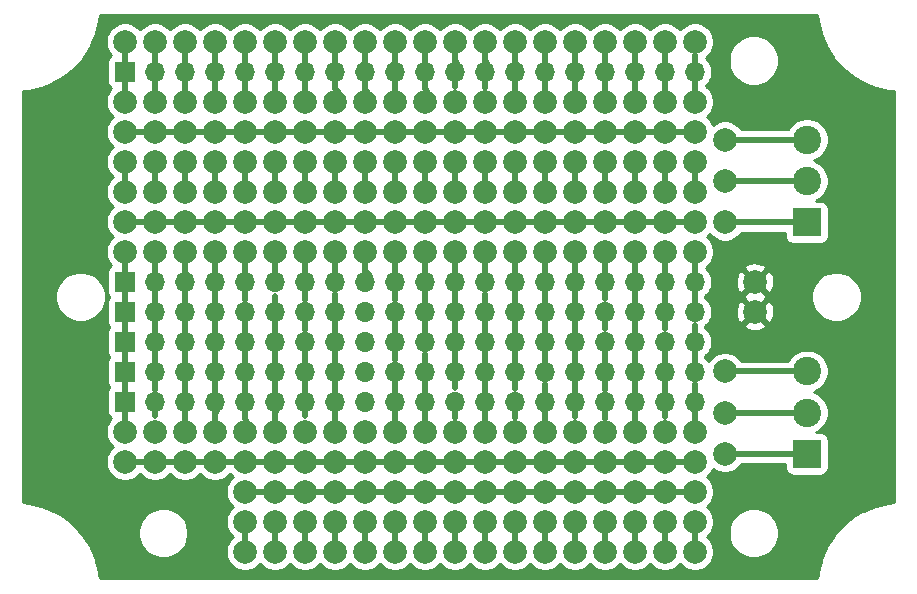
<source format=gbr>
G04 #@! TF.GenerationSoftware,KiCad,Pcbnew,5.1.5+dfsg1-2build2*
G04 #@! TF.CreationDate,2021-11-16T14:37:18-05:00*
G04 #@! TF.ProjectId,ASSORTED_MCU_83x58x33mm_ENCLOSURE,4153534f-5254-4454-945f-4d43555f3833,rev?*
G04 #@! TF.SameCoordinates,Original*
G04 #@! TF.FileFunction,Copper,L1,Top*
G04 #@! TF.FilePolarity,Positive*
%FSLAX46Y46*%
G04 Gerber Fmt 4.6, Leading zero omitted, Abs format (unit mm)*
G04 Created by KiCad (PCBNEW 5.1.5+dfsg1-2build2) date 2021-11-16 14:37:18*
%MOMM*%
%LPD*%
G04 APERTURE LIST*
%ADD10C,2.000000*%
%ADD11O,1.700000X1.700000*%
%ADD12R,1.700000X1.700000*%
%ADD13C,1.998980*%
%ADD14C,2.400000*%
%ADD15R,2.400000X2.400000*%
%ADD16C,0.500000*%
%ADD17C,0.254000*%
G04 APERTURE END LIST*
D10*
X157520000Y-143550000D03*
X154980000Y-143550000D03*
X152440000Y-143550000D03*
X149900000Y-143550000D03*
X147360000Y-143550000D03*
X144820000Y-143550000D03*
X142280000Y-143550000D03*
X139740000Y-143550000D03*
X137200000Y-143550000D03*
X134660000Y-143550000D03*
X132120000Y-143550000D03*
X129580000Y-143550000D03*
X127040000Y-143550000D03*
X124500000Y-143550000D03*
X121960000Y-143550000D03*
X119420000Y-143550000D03*
X157520000Y-141010000D03*
X154980000Y-141010000D03*
X152440000Y-141010000D03*
X149900000Y-141010000D03*
X147360000Y-141010000D03*
X144820000Y-141010000D03*
X142280000Y-141010000D03*
X139740000Y-141010000D03*
X137200000Y-141010000D03*
X134660000Y-141010000D03*
X132120000Y-141010000D03*
X129580000Y-141010000D03*
X127040000Y-141010000D03*
X124500000Y-141010000D03*
X121960000Y-141010000D03*
X119420000Y-141010000D03*
X157520000Y-138470000D03*
X154980000Y-138470000D03*
X152440000Y-138470000D03*
X149900000Y-138470000D03*
X147360000Y-138470000D03*
X144820000Y-138470000D03*
X142280000Y-138470000D03*
X139740000Y-138470000D03*
X137200000Y-138470000D03*
X134660000Y-138470000D03*
X132120000Y-138470000D03*
X129580000Y-138470000D03*
X127040000Y-138470000D03*
X124500000Y-138470000D03*
X121960000Y-138470000D03*
X119420000Y-138470000D03*
X116880000Y-138470000D03*
X114340000Y-138470000D03*
X111800000Y-138470000D03*
X109260000Y-138470000D03*
X157520000Y-135930000D03*
X154980000Y-135930000D03*
X152440000Y-135930000D03*
X149900000Y-135930000D03*
X147360000Y-135930000D03*
X144820000Y-135930000D03*
X142280000Y-135930000D03*
X139740000Y-135930000D03*
X137200000Y-135930000D03*
X134660000Y-135930000D03*
X132120000Y-135930000D03*
X129580000Y-135930000D03*
X127040000Y-135930000D03*
X124500000Y-135930000D03*
X121960000Y-135930000D03*
X119420000Y-135930000D03*
X116880000Y-135930000D03*
X114340000Y-135930000D03*
X111800000Y-135930000D03*
X109260000Y-135930000D03*
X157520000Y-120690000D03*
X154980000Y-120690000D03*
X152440000Y-120690000D03*
X149900000Y-120690000D03*
X147360000Y-120690000D03*
X144820000Y-120690000D03*
X142280000Y-120690000D03*
X139740000Y-120690000D03*
X137200000Y-120690000D03*
X134660000Y-120690000D03*
X132120000Y-120690000D03*
X129580000Y-120690000D03*
X127040000Y-120690000D03*
X124500000Y-120690000D03*
X121960000Y-120690000D03*
X119420000Y-120690000D03*
X116880000Y-120690000D03*
X114340000Y-120690000D03*
X111800000Y-120690000D03*
X109260000Y-120690000D03*
X157520000Y-118150000D03*
X154980000Y-118150000D03*
X152440000Y-118150000D03*
X149900000Y-118150000D03*
X147360000Y-118150000D03*
X144820000Y-118150000D03*
X142280000Y-118150000D03*
X139740000Y-118150000D03*
X137200000Y-118150000D03*
X134660000Y-118150000D03*
X132120000Y-118150000D03*
X129580000Y-118150000D03*
X127040000Y-118150000D03*
X124500000Y-118150000D03*
X121960000Y-118150000D03*
X119420000Y-118150000D03*
X116880000Y-118150000D03*
X114340000Y-118150000D03*
X111800000Y-118150000D03*
X109260000Y-118150000D03*
X157520000Y-115610000D03*
X154980000Y-115610000D03*
X152440000Y-115610000D03*
X149900000Y-115610000D03*
X147360000Y-115610000D03*
X144820000Y-115610000D03*
X142280000Y-115610000D03*
X139740000Y-115610000D03*
X137200000Y-115610000D03*
X134660000Y-115610000D03*
X132120000Y-115610000D03*
X129580000Y-115610000D03*
X127040000Y-115610000D03*
X124500000Y-115610000D03*
X121960000Y-115610000D03*
X119420000Y-115610000D03*
X116880000Y-115610000D03*
X114340000Y-115610000D03*
X111800000Y-115610000D03*
X109260000Y-115610000D03*
X157520000Y-113070000D03*
X154980000Y-113070000D03*
X152440000Y-113070000D03*
X149900000Y-113070000D03*
X147360000Y-113070000D03*
X144820000Y-113070000D03*
X142280000Y-113070000D03*
X139740000Y-113070000D03*
X137200000Y-113070000D03*
X134660000Y-113070000D03*
X132120000Y-113070000D03*
X129580000Y-113070000D03*
X127040000Y-113070000D03*
X124500000Y-113070000D03*
X121960000Y-113070000D03*
X119420000Y-113070000D03*
X116880000Y-113070000D03*
X114340000Y-113070000D03*
X111800000Y-113070000D03*
X109260000Y-113070000D03*
X157520000Y-110530000D03*
X154980000Y-110530000D03*
X152440000Y-110530000D03*
X149900000Y-110530000D03*
X147360000Y-110530000D03*
X144820000Y-110530000D03*
X142280000Y-110530000D03*
X139740000Y-110530000D03*
X137200000Y-110530000D03*
X134660000Y-110530000D03*
X132120000Y-110530000D03*
X129580000Y-110530000D03*
X127040000Y-110530000D03*
X124500000Y-110530000D03*
X121960000Y-110530000D03*
X119420000Y-110530000D03*
X116880000Y-110530000D03*
X114340000Y-110530000D03*
X111800000Y-110530000D03*
X109260000Y-110530000D03*
X157520000Y-107990000D03*
X154980000Y-107990000D03*
X152440000Y-107990000D03*
X149900000Y-107990000D03*
X147360000Y-107990000D03*
X144820000Y-107990000D03*
X142280000Y-107990000D03*
X139740000Y-107990000D03*
X137200000Y-107990000D03*
X134660000Y-107990000D03*
X132120000Y-107990000D03*
X129580000Y-107990000D03*
X127040000Y-107990000D03*
X124500000Y-107990000D03*
X121960000Y-107990000D03*
X119420000Y-107990000D03*
X116880000Y-107990000D03*
X114340000Y-107990000D03*
X111800000Y-107990000D03*
X109260000Y-107990000D03*
X109260000Y-102910000D03*
X111800000Y-102910000D03*
X114340000Y-102910000D03*
X116880000Y-102910000D03*
X119420000Y-102910000D03*
X121960000Y-102910000D03*
X121960000Y-146090000D03*
X119420000Y-146090000D03*
X157520000Y-146090000D03*
X154980000Y-146090000D03*
X137200000Y-146090000D03*
X144820000Y-146090000D03*
X139740000Y-146090000D03*
X134660000Y-146090000D03*
X132120000Y-146090000D03*
X129580000Y-146090000D03*
X127040000Y-146090000D03*
X124500000Y-146090000D03*
X142280000Y-146090000D03*
X147360000Y-146090000D03*
X152440000Y-146090000D03*
X149900000Y-146090000D03*
D11*
X157520000Y-133390000D03*
X154980000Y-133390000D03*
X152440000Y-133390000D03*
X149900000Y-133390000D03*
X147360000Y-133390000D03*
X144820000Y-133390000D03*
X142280000Y-133390000D03*
X139740000Y-133390000D03*
X137200000Y-133390000D03*
X134660000Y-133390000D03*
X132120000Y-133390000D03*
X129580000Y-133390000D03*
X127040000Y-133390000D03*
X124500000Y-133390000D03*
X121960000Y-133390000D03*
X119420000Y-133390000D03*
X116880000Y-133390000D03*
X114340000Y-133390000D03*
X111800000Y-133390000D03*
D12*
X109260000Y-133390000D03*
D11*
X157520000Y-130850000D03*
X154980000Y-130850000D03*
X152440000Y-130850000D03*
X149900000Y-130850000D03*
X147360000Y-130850000D03*
X144820000Y-130850000D03*
X142280000Y-130850000D03*
X139740000Y-130850000D03*
X137200000Y-130850000D03*
X134660000Y-130850000D03*
X132120000Y-130850000D03*
X129580000Y-130850000D03*
X127040000Y-130850000D03*
X124500000Y-130850000D03*
X121960000Y-130850000D03*
X119420000Y-130850000D03*
X116880000Y-130850000D03*
X114340000Y-130850000D03*
X111800000Y-130850000D03*
D12*
X109260000Y-130850000D03*
D11*
X157520000Y-128310000D03*
X154980000Y-128310000D03*
X152440000Y-128310000D03*
X149900000Y-128310000D03*
X147360000Y-128310000D03*
X144820000Y-128310000D03*
X142280000Y-128310000D03*
X139740000Y-128310000D03*
X137200000Y-128310000D03*
X134660000Y-128310000D03*
X132120000Y-128310000D03*
X129580000Y-128310000D03*
X127040000Y-128310000D03*
X124500000Y-128310000D03*
X121960000Y-128310000D03*
X119420000Y-128310000D03*
X116880000Y-128310000D03*
X114340000Y-128310000D03*
X111800000Y-128310000D03*
D12*
X109260000Y-128310000D03*
D11*
X157520000Y-123230000D03*
X154980000Y-123230000D03*
X152440000Y-123230000D03*
X149900000Y-123230000D03*
X147360000Y-123230000D03*
X144820000Y-123230000D03*
X142280000Y-123230000D03*
X139740000Y-123230000D03*
X137200000Y-123230000D03*
X134660000Y-123230000D03*
X132120000Y-123230000D03*
X129580000Y-123230000D03*
X127040000Y-123230000D03*
X124500000Y-123230000D03*
X121960000Y-123230000D03*
X119420000Y-123230000D03*
X116880000Y-123230000D03*
X114340000Y-123230000D03*
X111800000Y-123230000D03*
D12*
X109260000Y-123230000D03*
D11*
X157520000Y-105450000D03*
X154980000Y-105450000D03*
X152440000Y-105450000D03*
X149900000Y-105450000D03*
X147360000Y-105450000D03*
X144820000Y-105450000D03*
X142280000Y-105450000D03*
X139740000Y-105450000D03*
X137200000Y-105450000D03*
X134660000Y-105450000D03*
X132120000Y-105450000D03*
X129580000Y-105450000D03*
X127040000Y-105450000D03*
X124500000Y-105450000D03*
X121960000Y-105450000D03*
X119420000Y-105450000D03*
X116880000Y-105450000D03*
X114340000Y-105450000D03*
X111800000Y-105450000D03*
D12*
X109260000Y-105450000D03*
D11*
X157520000Y-125770000D03*
X154980000Y-125770000D03*
X152440000Y-125770000D03*
X149900000Y-125770000D03*
X147360000Y-125770000D03*
X144820000Y-125770000D03*
X142280000Y-125770000D03*
X139740000Y-125770000D03*
X137200000Y-125770000D03*
X134660000Y-125770000D03*
X132120000Y-125770000D03*
X129580000Y-125770000D03*
X127040000Y-125770000D03*
X124500000Y-125770000D03*
X121960000Y-125770000D03*
X119420000Y-125770000D03*
X116880000Y-125770000D03*
X114340000Y-125770000D03*
X111800000Y-125770000D03*
D12*
X109260000Y-125770000D03*
D13*
X162600000Y-125770000D03*
X162600000Y-123230000D03*
D10*
X144820000Y-102910000D03*
X157520000Y-102910000D03*
X154980000Y-102910000D03*
X152440000Y-102910000D03*
X149900000Y-102910000D03*
X147360000Y-102910000D03*
D14*
X167000000Y-111200000D03*
X167000000Y-114700000D03*
D15*
X167000000Y-118200000D03*
D10*
X160060000Y-114700000D03*
X160060000Y-137800000D03*
X160060000Y-134300000D03*
X160060000Y-130800000D03*
X160060000Y-118200000D03*
X160060000Y-111200000D03*
X142280000Y-102910000D03*
X139740000Y-102910000D03*
X137200000Y-102910000D03*
X134660000Y-102910000D03*
X132120000Y-102910000D03*
X129580000Y-102910000D03*
X127040000Y-102910000D03*
X124500000Y-102910000D03*
D14*
X167000000Y-130800000D03*
X167000000Y-134300000D03*
D15*
X167000000Y-137800000D03*
D16*
X157520000Y-103007800D02*
X157822900Y-102704900D01*
X154980000Y-103528500D02*
X155092400Y-103416100D01*
X152440000Y-103541200D02*
X152882600Y-103098600D01*
X127040000Y-103430700D02*
X126784100Y-103174800D01*
X124500000Y-103379900D02*
X124383800Y-103263700D01*
X144820000Y-102910000D02*
X144820000Y-104379400D01*
X144820000Y-104379400D02*
X144820000Y-107990000D01*
X152440000Y-107990000D02*
X152440000Y-106424100D01*
X154980000Y-102910000D02*
X154980000Y-104493700D01*
X154980000Y-104493700D02*
X154980000Y-107990000D01*
X139740000Y-135930000D02*
X139740000Y-134304400D01*
X109260000Y-138470000D02*
X111800000Y-138470000D01*
X111800000Y-138470000D02*
X114340000Y-138470000D01*
X114340000Y-138470000D02*
X116880000Y-138470000D01*
X116880000Y-138470000D02*
X119420000Y-138470000D01*
X119420000Y-138470000D02*
X121960000Y-138470000D01*
X121960000Y-138470000D02*
X124500000Y-138470000D01*
X124500000Y-138470000D02*
X127040000Y-138470000D01*
X119420000Y-141010000D02*
X121960000Y-141010000D01*
X121960000Y-141010000D02*
X124500000Y-141010000D01*
X124500000Y-141010000D02*
X127040000Y-141010000D01*
X127040000Y-138470000D02*
X129580000Y-138470000D01*
X127040000Y-141010000D02*
X129580000Y-141010000D01*
X129580000Y-141010000D02*
X132120000Y-141010000D01*
X129580000Y-138470000D02*
X131104000Y-138470000D01*
X132120000Y-138470000D02*
X134660000Y-138470000D01*
X132120000Y-141010000D02*
X134660000Y-141010000D01*
X134660000Y-138470000D02*
X137200000Y-138470000D01*
X134660000Y-141010000D02*
X137200000Y-141010000D01*
X137200000Y-141010000D02*
X139740000Y-141010000D01*
X137200000Y-138470000D02*
X139740000Y-138470000D01*
X139740000Y-138470000D02*
X142280000Y-138470000D01*
X139740000Y-141010000D02*
X142280000Y-141010000D01*
X142280000Y-138470000D02*
X144820000Y-138470000D01*
X142280000Y-141010000D02*
X144820000Y-141010000D01*
X144820000Y-138470000D02*
X147360000Y-138470000D01*
X144820000Y-141010000D02*
X147360000Y-141010000D01*
X147360000Y-138470000D02*
X149900000Y-138470000D01*
X147360000Y-141010000D02*
X149900000Y-141010000D01*
X149900000Y-141010000D02*
X152440000Y-141010000D01*
X149900000Y-138470000D02*
X152440000Y-138470000D01*
X152440000Y-138470000D02*
X154980000Y-138470000D01*
X154980000Y-138470000D02*
X157520000Y-138470000D01*
X152440000Y-141010000D02*
X154980000Y-141010000D01*
X154980000Y-141010000D02*
X157520000Y-141010000D01*
X157520000Y-143550000D02*
X157520000Y-146090000D01*
X154980000Y-143550000D02*
X154980000Y-146090000D01*
X152440000Y-143550000D02*
X152440000Y-146090000D01*
X149900000Y-143550000D02*
X149900000Y-146090000D01*
X147360000Y-143550000D02*
X147360000Y-146090000D01*
X144820000Y-143550000D02*
X144820000Y-146090000D01*
X142280000Y-143550000D02*
X142280000Y-146090000D01*
X139740000Y-143550000D02*
X139740000Y-146090000D01*
X137200000Y-143550000D02*
X137200000Y-146090000D01*
X134660000Y-143550000D02*
X134660000Y-146090000D01*
X132120000Y-143550000D02*
X132120000Y-146090000D01*
X129580000Y-143550000D02*
X129580000Y-146090000D01*
X127040000Y-143550000D02*
X127040000Y-146090000D01*
X124500000Y-143550000D02*
X124500000Y-146090000D01*
X121960000Y-143550000D02*
X121960000Y-146090000D01*
X119420000Y-143550000D02*
X119420000Y-146090000D01*
X157520000Y-110530000D02*
X154980000Y-110530000D01*
X154980000Y-110530000D02*
X152440000Y-110530000D01*
X152440000Y-110530000D02*
X149900000Y-110530000D01*
X149900000Y-110530000D02*
X147360000Y-110530000D01*
X144820000Y-110530000D02*
X147360000Y-110530000D01*
X142280000Y-110530000D02*
X144820000Y-110530000D01*
X139740000Y-110530000D02*
X142280000Y-110530000D01*
X137200000Y-110530000D02*
X139740000Y-110530000D01*
X134660000Y-110530000D02*
X137200000Y-110530000D01*
X132120000Y-110530000D02*
X134660000Y-110530000D01*
X129580000Y-110530000D02*
X132120000Y-110530000D01*
X127040000Y-110530000D02*
X129580000Y-110530000D01*
X124500000Y-110530000D02*
X127040000Y-110530000D01*
X121960000Y-110530000D02*
X124500000Y-110530000D01*
X119420000Y-110530000D02*
X121960000Y-110530000D01*
X116880000Y-110530000D02*
X119420000Y-110530000D01*
X114340000Y-110530000D02*
X116880000Y-110530000D01*
X111800000Y-110530000D02*
X114340000Y-110530000D01*
X109260000Y-110530000D02*
X111800000Y-110530000D01*
X157520000Y-118150000D02*
X154980000Y-118150000D01*
X154980000Y-118150000D02*
X152440000Y-118150000D01*
X152440000Y-118150000D02*
X149900000Y-118150000D01*
X149900000Y-118150000D02*
X147360000Y-118150000D01*
X147360000Y-118150000D02*
X144820000Y-118150000D01*
X144820000Y-118150000D02*
X142280000Y-118150000D01*
X142280000Y-118150000D02*
X139740000Y-118150000D01*
X139740000Y-118150000D02*
X137200000Y-118150000D01*
X137200000Y-118150000D02*
X134660000Y-118150000D01*
X134660000Y-118150000D02*
X132120000Y-118150000D01*
X132120000Y-118150000D02*
X129580000Y-118150000D01*
X127040000Y-118150000D02*
X129580000Y-118150000D01*
X127040000Y-118150000D02*
X124500000Y-118150000D01*
X124500000Y-118150000D02*
X121960000Y-118150000D01*
X121960000Y-118150000D02*
X119420000Y-118150000D01*
X119420000Y-118150000D02*
X116880000Y-118150000D01*
X116880000Y-118150000D02*
X114340000Y-118150000D01*
X114340000Y-118150000D02*
X111800000Y-118150000D01*
X111800000Y-118150000D02*
X109260000Y-118150000D01*
X157520000Y-115610000D02*
X157520000Y-113070000D01*
X154980000Y-115610000D02*
X154980000Y-113070000D01*
X152440000Y-115610000D02*
X152440000Y-113070000D01*
X149900000Y-115610000D02*
X149900000Y-113070000D01*
X147360000Y-115610000D02*
X147360000Y-113070000D01*
X144820000Y-115610000D02*
X144820000Y-113070000D01*
X142280000Y-115610000D02*
X142280000Y-113070000D01*
X139740000Y-115610000D02*
X139740000Y-113070000D01*
X137200000Y-115610000D02*
X137200000Y-113070000D01*
X134660000Y-115610000D02*
X134660000Y-113070000D01*
X132120000Y-115610000D02*
X132120000Y-113070000D01*
X129580000Y-115610000D02*
X129580000Y-113070000D01*
X127040000Y-115610000D02*
X127040000Y-113070000D01*
X124500000Y-115610000D02*
X124500000Y-113070000D01*
X121960000Y-115610000D02*
X121960000Y-113070000D01*
X119420000Y-115610000D02*
X119420000Y-113070000D01*
X116880000Y-115610000D02*
X116880000Y-113070000D01*
X114340000Y-115610000D02*
X114340000Y-113070000D01*
X111800000Y-115610000D02*
X111800000Y-113070000D01*
X109260000Y-115610000D02*
X109260000Y-113070000D01*
X166926100Y-130800000D02*
X167043100Y-130683000D01*
X166545100Y-130800000D02*
X166636700Y-130708400D01*
X167103900Y-130800000D02*
X167170100Y-130733800D01*
X166659400Y-130800000D02*
X166789100Y-130670300D01*
X160060000Y-130800000D02*
X166659400Y-130800000D01*
X166824700Y-134300000D02*
X166890700Y-134366000D01*
X166791600Y-134300000D02*
X166903400Y-134188200D01*
X166613800Y-134300000D02*
X166979600Y-133934200D01*
X160060000Y-134300000D02*
X166613800Y-134300000D01*
X166669800Y-137800000D02*
X166738300Y-137731500D01*
X166936500Y-137800000D02*
X167043100Y-137693400D01*
X166657100Y-137800000D02*
X166890700Y-137566400D01*
X160060000Y-137800000D02*
X166657100Y-137800000D01*
X166749800Y-111200000D02*
X166928800Y-111379000D01*
X166927600Y-111200000D02*
X166966900Y-111239300D01*
X167018900Y-111200000D02*
X167157400Y-111061500D01*
X160060000Y-111200000D02*
X167018900Y-111200000D01*
X166942600Y-118200000D02*
X167081200Y-118338600D01*
X166650500Y-118200000D02*
X166789100Y-118338600D01*
X167194400Y-118200000D02*
X167246300Y-118148100D01*
X160060000Y-118200000D02*
X167194400Y-118200000D01*
X166871700Y-114700000D02*
X166928800Y-114642900D01*
X167036800Y-114700000D02*
X167132000Y-114604800D01*
X166808100Y-114700000D02*
X166890700Y-114782600D01*
X160060000Y-114700000D02*
X166808100Y-114700000D01*
X127040000Y-104773100D02*
X126885700Y-104927400D01*
X127040000Y-102910000D02*
X127040000Y-104773100D01*
X127040000Y-106948600D02*
X127368300Y-107276900D01*
X127040000Y-105450000D02*
X127040000Y-106948600D01*
X124500000Y-105069000D02*
X124714000Y-105283000D01*
X124500000Y-102910000D02*
X124500000Y-105069000D01*
X124500000Y-107249600D02*
X124472700Y-107276900D01*
X124500000Y-105450000D02*
X124500000Y-107249600D01*
X121960000Y-104764200D02*
X122237500Y-105041700D01*
X121960000Y-102910000D02*
X121960000Y-104764200D01*
X121960000Y-107126400D02*
X122301000Y-107467400D01*
X121960000Y-105450000D02*
X121960000Y-107126400D01*
X119420000Y-105878000D02*
X119405400Y-105892600D01*
X119420000Y-102910000D02*
X119420000Y-105878000D01*
X119420000Y-107126400D02*
X119697500Y-107403900D01*
X119420000Y-105450000D02*
X119420000Y-107126400D01*
X116880000Y-105446200D02*
X116801900Y-105524300D01*
X116880000Y-102910000D02*
X116880000Y-105446200D01*
X116880000Y-107325800D02*
X116687600Y-107518200D01*
X116880000Y-105450000D02*
X116880000Y-107325800D01*
X114340000Y-105297600D02*
X114630200Y-105587800D01*
X114340000Y-102910000D02*
X114340000Y-105297600D01*
X114340000Y-107786800D02*
X114503200Y-107950000D01*
X114340000Y-105450000D02*
X114340000Y-107786800D01*
X111800000Y-105281100D02*
X111798100Y-105283000D01*
X111800000Y-102910000D02*
X111800000Y-105281100D01*
X111800000Y-107469300D02*
X111975900Y-107645200D01*
X111800000Y-105450000D02*
X111800000Y-107469300D01*
X109260000Y-105170600D02*
X109372400Y-105283000D01*
X109260000Y-102910000D02*
X109260000Y-105170600D01*
X109260000Y-107456600D02*
X109562900Y-107759500D01*
X109260000Y-105450000D02*
X109260000Y-107456600D01*
X127040000Y-122925200D02*
X127165100Y-123050300D01*
X127040000Y-120690000D02*
X127040000Y-122925200D01*
X124500000Y-122899800D02*
X124574300Y-122974100D01*
X124500000Y-120690000D02*
X124500000Y-122899800D01*
X124500000Y-123230000D02*
X124500000Y-124754000D01*
X121960000Y-122836300D02*
X122351800Y-123228100D01*
X121960000Y-120690000D02*
X121960000Y-122836300D01*
X119420000Y-122595000D02*
X119875300Y-123050300D01*
X119420000Y-120690000D02*
X119420000Y-122595000D01*
X119420000Y-123230000D02*
X119420000Y-124792100D01*
X116880000Y-122845200D02*
X116713000Y-123012200D01*
X116880000Y-120690000D02*
X116880000Y-122845200D01*
X114340000Y-122493400D02*
X114693700Y-122847100D01*
X114340000Y-120690000D02*
X114340000Y-122493400D01*
X111800000Y-122595000D02*
X111925100Y-122720100D01*
X111800000Y-120690000D02*
X111800000Y-122595000D01*
X111800000Y-123230000D02*
X111800000Y-124906400D01*
X109260000Y-122569600D02*
X109702600Y-123012200D01*
X109260000Y-120690000D02*
X109260000Y-122569600D01*
X127040000Y-125770000D02*
X127040000Y-124293000D01*
X124500000Y-125770000D02*
X124500000Y-127281300D01*
X121960000Y-125770000D02*
X121960000Y-124420000D01*
X119420000Y-125770000D02*
X119420000Y-127569600D01*
X116880000Y-125770000D02*
X116880000Y-124013600D01*
X114340000Y-125770000D02*
X114340000Y-124077100D01*
X111800000Y-125770000D02*
X111800000Y-127624200D01*
X109260000Y-125770000D02*
X109260000Y-124077100D01*
X127040000Y-128310000D02*
X127040000Y-126642500D01*
X124500000Y-128310000D02*
X124500000Y-130033400D01*
X121960000Y-128310000D02*
X121960000Y-126667900D01*
X119420000Y-128310000D02*
X119420000Y-129986400D01*
X116880000Y-128310000D02*
X116880000Y-126553600D01*
X114340000Y-128310000D02*
X114340000Y-126667900D01*
X111800000Y-128310000D02*
X111800000Y-130173100D01*
X109260000Y-128310000D02*
X109260000Y-126722500D01*
X109260000Y-130850000D02*
X109260000Y-129059300D01*
X132120000Y-104646100D02*
X132080000Y-104686100D01*
X132120000Y-102910000D02*
X132120000Y-104646100D01*
X132120000Y-107316900D02*
X132321300Y-107518200D01*
X132120000Y-105450000D02*
X132120000Y-107316900D01*
X129580000Y-104646100D02*
X129540000Y-104686100D01*
X129580000Y-102910000D02*
X129580000Y-104646100D01*
X129580000Y-106961300D02*
X129844800Y-107226100D01*
X129580000Y-105450000D02*
X129580000Y-106961300D01*
X157568900Y-104025700D02*
X157568900Y-105041700D01*
X157520000Y-106182800D02*
X157568900Y-106133900D01*
X157520000Y-107990000D02*
X157520000Y-106182800D01*
X152440000Y-104785800D02*
X152425400Y-104800400D01*
X152440000Y-102910000D02*
X152440000Y-104785800D01*
X149900000Y-104976300D02*
X149771100Y-105105200D01*
X149900000Y-102910000D02*
X149900000Y-104976300D01*
X149900000Y-106182800D02*
X149948900Y-106133900D01*
X149900000Y-107990000D02*
X149900000Y-106182800D01*
X147360000Y-104980100D02*
X147485100Y-105105200D01*
X147360000Y-102910000D02*
X147360000Y-104980100D01*
X147360000Y-106322500D02*
X147485100Y-106197400D01*
X147360000Y-107990000D02*
X147360000Y-106322500D01*
X142280000Y-104624500D02*
X142341600Y-104686100D01*
X142280000Y-102910000D02*
X142280000Y-104624500D01*
X142280000Y-105450000D02*
X142280000Y-106974000D01*
X139740000Y-104561000D02*
X139928600Y-104749600D01*
X139740000Y-102910000D02*
X139740000Y-104561000D01*
X139740000Y-105450000D02*
X139740000Y-106783500D01*
X137200000Y-104611800D02*
X137337800Y-104749600D01*
X137200000Y-102910000D02*
X137200000Y-104611800D01*
X137200000Y-105450000D02*
X137200000Y-106720000D01*
X134660000Y-105208700D02*
X134683500Y-105232200D01*
X134660000Y-102910000D02*
X134660000Y-105208700D01*
X134660000Y-106897800D02*
X134861300Y-107099100D01*
X134660000Y-105450000D02*
X134660000Y-106897800D01*
X157520000Y-122582300D02*
X157695900Y-122758200D01*
X157520000Y-120690000D02*
X157520000Y-122582300D01*
X154980000Y-122696600D02*
X155003500Y-122720100D01*
X154980000Y-120690000D02*
X154980000Y-122696600D01*
X154980000Y-123230000D02*
X154980000Y-125156600D01*
X152440000Y-122963300D02*
X152488900Y-123012200D01*
X152440000Y-120690000D02*
X152440000Y-122963300D01*
X149900000Y-122734700D02*
X150101300Y-122936000D01*
X149900000Y-120690000D02*
X149900000Y-122734700D01*
X149900000Y-123230000D02*
X149900000Y-124665100D01*
X147360000Y-122747400D02*
X147459700Y-122847100D01*
X147360000Y-120690000D02*
X147360000Y-122747400D01*
X147360000Y-123230000D02*
X147360000Y-125020700D01*
X144820000Y-122849000D02*
X145199100Y-123228100D01*
X144820000Y-120690000D02*
X144820000Y-122849000D01*
X142280000Y-122832500D02*
X142265400Y-122847100D01*
X142280000Y-120690000D02*
X142280000Y-122832500D01*
X142280000Y-123230000D02*
X142280000Y-124940700D01*
X139740000Y-122595000D02*
X139992100Y-122847100D01*
X139740000Y-120690000D02*
X139740000Y-122595000D01*
X137200000Y-123048400D02*
X137020300Y-123228100D01*
X137200000Y-120690000D02*
X137200000Y-123048400D01*
X137200000Y-123230000D02*
X137200000Y-125182000D01*
X134660000Y-122798200D02*
X134797800Y-122936000D01*
X134660000Y-120690000D02*
X134660000Y-122798200D01*
X132120000Y-122937900D02*
X132194300Y-123012200D01*
X132120000Y-120690000D02*
X132120000Y-122937900D01*
X132120000Y-123230000D02*
X132120000Y-124754000D01*
X129580000Y-122328300D02*
X130009900Y-122758200D01*
X129580000Y-120690000D02*
X129580000Y-122328300D01*
X157520000Y-125770000D02*
X157520000Y-124127900D01*
X154980000Y-125770000D02*
X154980000Y-127214000D01*
X152440000Y-125770000D02*
X152440000Y-124013600D01*
X149900000Y-125770000D02*
X149900000Y-127255900D01*
X147360000Y-125770000D02*
X147360000Y-127497200D01*
X144820000Y-125770000D02*
X144820000Y-123962800D01*
X142280000Y-125770000D02*
X142280000Y-127484500D01*
X139740000Y-125770000D02*
X139740000Y-124284100D01*
X137200000Y-125770000D02*
X137200000Y-127598800D01*
X134660000Y-125770000D02*
X134660000Y-124166000D01*
X132120000Y-125770000D02*
X132120000Y-127471800D01*
X157520000Y-128310000D02*
X157520000Y-126909200D01*
X154980000Y-128310000D02*
X154980000Y-129931800D01*
X152440000Y-128310000D02*
X152440000Y-126426600D01*
X149900000Y-128310000D02*
X149900000Y-130122300D01*
X147360000Y-128310000D02*
X147360000Y-129973700D01*
X144820000Y-128310000D02*
X144820000Y-126709800D01*
X142280000Y-128310000D02*
X142280000Y-129910200D01*
X139740000Y-128310000D02*
X139740000Y-126582800D01*
X137200000Y-128310000D02*
X137200000Y-129961000D01*
X134660000Y-128310000D02*
X134660000Y-126591700D01*
X132120000Y-128310000D02*
X132120000Y-129834000D01*
X157520000Y-130850000D02*
X157520000Y-128725300D01*
X154980000Y-130850000D02*
X154980000Y-132598800D01*
X152440000Y-130850000D02*
X152440000Y-129008500D01*
X149900000Y-130850000D02*
X149900000Y-132421000D01*
X147360000Y-130850000D02*
X147360000Y-132628000D01*
X144820000Y-130850000D02*
X144820000Y-129300600D01*
X142280000Y-130850000D02*
X142280000Y-132323200D01*
X139740000Y-130850000D02*
X139740000Y-129157100D01*
X137200000Y-130850000D02*
X137200000Y-132247000D01*
X134660000Y-130850000D02*
X134660000Y-129360300D01*
X132120000Y-130850000D02*
X132120000Y-132666100D01*
X127040000Y-130850000D02*
X127040000Y-129211700D01*
X124500000Y-130850000D02*
X124500000Y-132459100D01*
X121960000Y-130850000D02*
X121960000Y-129211700D01*
X119420000Y-130850000D02*
X119420000Y-132459100D01*
X116880000Y-130850000D02*
X116880000Y-129144400D01*
X114340000Y-130850000D02*
X114340000Y-129030100D01*
X111800000Y-130850000D02*
X111800000Y-132399400D01*
X109260000Y-134139300D02*
X109245400Y-134124700D01*
X109260000Y-135930000D02*
X109260000Y-134139300D01*
X109260000Y-133390000D02*
X109260000Y-131662800D01*
X157520000Y-134152000D02*
X157365700Y-133997700D01*
X157520000Y-135930000D02*
X157520000Y-134152000D01*
X157520000Y-133390000D02*
X157520000Y-131862200D01*
X154980000Y-133390000D02*
X154980000Y-134694300D01*
X152440000Y-134088500D02*
X152412700Y-134061200D01*
X152440000Y-135930000D02*
X152440000Y-134088500D01*
X152440000Y-133390000D02*
X152440000Y-131684400D01*
X149900000Y-133390000D02*
X149900000Y-134834000D01*
X147360000Y-133390000D02*
X147360000Y-134707000D01*
X144820000Y-134253600D02*
X144754600Y-134188200D01*
X144820000Y-135930000D02*
X144820000Y-134253600D01*
X144820000Y-133390000D02*
X144820000Y-131874900D01*
X142280000Y-133390000D02*
X142280000Y-134736200D01*
X139740000Y-133390000D02*
X139740000Y-131713600D01*
X137200000Y-133390000D02*
X137200000Y-134787000D01*
X134660000Y-134135500D02*
X134670800Y-134124700D01*
X134660000Y-135930000D02*
X134660000Y-134135500D01*
X134660000Y-133390000D02*
X134660000Y-131523100D01*
X132120000Y-133390000D02*
X132120000Y-134901300D01*
X127040000Y-134135500D02*
X127050800Y-134124700D01*
X127040000Y-135930000D02*
X127040000Y-134135500D01*
X127040000Y-133390000D02*
X127040000Y-131659000D01*
X124500000Y-133390000D02*
X124500000Y-134583800D01*
X121960000Y-134275200D02*
X122110500Y-134124700D01*
X121960000Y-135930000D02*
X121960000Y-134275200D01*
X121960000Y-133390000D02*
X121960000Y-131671700D01*
X119420000Y-134875900D02*
X119507000Y-134962900D01*
X119420000Y-133390000D02*
X119420000Y-134875900D01*
X116880000Y-134338700D02*
X117030500Y-134188200D01*
X116880000Y-135930000D02*
X116880000Y-134338700D01*
X116880000Y-133390000D02*
X116880000Y-131548500D01*
X114340000Y-134215500D02*
X114312700Y-134188200D01*
X114340000Y-135930000D02*
X114340000Y-134215500D01*
X114340000Y-133390000D02*
X114340000Y-131620900D01*
X111800000Y-133390000D02*
X111800000Y-134571100D01*
D17*
G36*
X167922061Y-101068607D02*
G01*
X167938262Y-101170898D01*
X168176369Y-102162684D01*
X168208372Y-102261181D01*
X168598697Y-103203509D01*
X168622207Y-103249648D01*
X168645715Y-103295787D01*
X169178647Y-104165453D01*
X169204829Y-104201489D01*
X169239522Y-104249240D01*
X169901938Y-105024830D01*
X169975170Y-105098062D01*
X170750760Y-105760478D01*
X170834547Y-105821353D01*
X171704213Y-106354284D01*
X171796491Y-106401303D01*
X172738819Y-106791627D01*
X172837316Y-106823631D01*
X173829102Y-107061738D01*
X173931393Y-107077939D01*
X174340000Y-107110097D01*
X174340001Y-141889903D01*
X173931393Y-141922061D01*
X173829102Y-141938262D01*
X172837316Y-142176369D01*
X172738819Y-142208373D01*
X171796491Y-142598697D01*
X171705618Y-142645000D01*
X171704213Y-142645716D01*
X170834547Y-143178647D01*
X170750760Y-143239522D01*
X169975170Y-143901938D01*
X169901938Y-143975170D01*
X169239522Y-144750760D01*
X169209084Y-144792654D01*
X169178647Y-144834547D01*
X168645715Y-145704213D01*
X168626392Y-145742138D01*
X168598697Y-145796491D01*
X168208372Y-146738819D01*
X168178937Y-146829411D01*
X168176369Y-146837316D01*
X167938262Y-147829102D01*
X167922061Y-147931393D01*
X167889903Y-148340000D01*
X107110097Y-148340000D01*
X107077939Y-147931393D01*
X107061738Y-147829102D01*
X106823631Y-146837316D01*
X106791627Y-146738819D01*
X106401303Y-145796491D01*
X106354284Y-145704213D01*
X105821353Y-144834547D01*
X105760478Y-144750760D01*
X105366714Y-144289721D01*
X110365000Y-144289721D01*
X110365000Y-144710279D01*
X110447047Y-145122756D01*
X110607988Y-145511302D01*
X110841637Y-145860983D01*
X111139017Y-146158363D01*
X111488698Y-146392012D01*
X111877244Y-146552953D01*
X112289721Y-146635000D01*
X112710279Y-146635000D01*
X113122756Y-146552953D01*
X113511302Y-146392012D01*
X113860983Y-146158363D01*
X114158363Y-145860983D01*
X114392012Y-145511302D01*
X114552953Y-145122756D01*
X114635000Y-144710279D01*
X114635000Y-144289721D01*
X114552953Y-143877244D01*
X114392012Y-143488698D01*
X114158363Y-143139017D01*
X113860983Y-142841637D01*
X113511302Y-142607988D01*
X113122756Y-142447047D01*
X112710279Y-142365000D01*
X112289721Y-142365000D01*
X111877244Y-142447047D01*
X111488698Y-142607988D01*
X111139017Y-142841637D01*
X110841637Y-143139017D01*
X110607988Y-143488698D01*
X110447047Y-143877244D01*
X110365000Y-144289721D01*
X105366714Y-144289721D01*
X105098062Y-143975170D01*
X105024830Y-143901938D01*
X104249240Y-143239522D01*
X104180784Y-143189786D01*
X104165453Y-143178647D01*
X103295787Y-142645715D01*
X103249648Y-142622207D01*
X103203509Y-142598697D01*
X102261181Y-142208372D01*
X102162684Y-142176369D01*
X101170898Y-141938262D01*
X101068607Y-141922061D01*
X100660000Y-141889903D01*
X100660000Y-124289721D01*
X103365000Y-124289721D01*
X103365000Y-124710279D01*
X103447047Y-125122756D01*
X103607988Y-125511302D01*
X103841637Y-125860983D01*
X104139017Y-126158363D01*
X104488698Y-126392012D01*
X104877244Y-126552953D01*
X105289721Y-126635000D01*
X105710279Y-126635000D01*
X106122756Y-126552953D01*
X106511302Y-126392012D01*
X106860983Y-126158363D01*
X107158363Y-125860983D01*
X107392012Y-125511302D01*
X107552953Y-125122756D01*
X107635000Y-124710279D01*
X107635000Y-124289721D01*
X107552953Y-123877244D01*
X107392012Y-123488698D01*
X107158363Y-123139017D01*
X106860983Y-122841637D01*
X106511302Y-122607988D01*
X106122756Y-122447047D01*
X105710279Y-122365000D01*
X105289721Y-122365000D01*
X104877244Y-122447047D01*
X104488698Y-122607988D01*
X104139017Y-122841637D01*
X103841637Y-123139017D01*
X103607988Y-123488698D01*
X103447047Y-123877244D01*
X103365000Y-124289721D01*
X100660000Y-124289721D01*
X100660000Y-107110097D01*
X101068607Y-107077939D01*
X101170898Y-107061738D01*
X102162684Y-106823631D01*
X102165115Y-106822841D01*
X102261181Y-106791628D01*
X103203509Y-106401303D01*
X103295787Y-106354285D01*
X104165453Y-105821353D01*
X104207346Y-105790916D01*
X104249240Y-105760478D01*
X105024830Y-105098062D01*
X105098063Y-105024829D01*
X105760478Y-104249240D01*
X105821353Y-104165453D01*
X105821354Y-104165452D01*
X106354284Y-103295787D01*
X106401303Y-103203509D01*
X106589579Y-102748967D01*
X107625000Y-102748967D01*
X107625000Y-103071033D01*
X107687832Y-103386912D01*
X107811082Y-103684463D01*
X107990013Y-103952252D01*
X108089209Y-104051448D01*
X108055506Y-104069463D01*
X107958815Y-104148815D01*
X107879463Y-104245506D01*
X107820498Y-104355820D01*
X107784188Y-104475518D01*
X107771928Y-104600000D01*
X107771928Y-106300000D01*
X107784188Y-106424482D01*
X107820498Y-106544180D01*
X107879463Y-106654494D01*
X107958815Y-106751185D01*
X108055506Y-106830537D01*
X108089209Y-106848552D01*
X107990013Y-106947748D01*
X107811082Y-107215537D01*
X107687832Y-107513088D01*
X107625000Y-107828967D01*
X107625000Y-108151033D01*
X107687832Y-108466912D01*
X107811082Y-108764463D01*
X107990013Y-109032252D01*
X108217748Y-109259987D01*
X108217767Y-109260000D01*
X108217748Y-109260013D01*
X107990013Y-109487748D01*
X107811082Y-109755537D01*
X107687832Y-110053088D01*
X107625000Y-110368967D01*
X107625000Y-110691033D01*
X107687832Y-111006912D01*
X107811082Y-111304463D01*
X107990013Y-111572252D01*
X108217748Y-111799987D01*
X108217767Y-111800000D01*
X108217748Y-111800013D01*
X107990013Y-112027748D01*
X107811082Y-112295537D01*
X107687832Y-112593088D01*
X107625000Y-112908967D01*
X107625000Y-113231033D01*
X107687832Y-113546912D01*
X107811082Y-113844463D01*
X107990013Y-114112252D01*
X108217748Y-114339987D01*
X108217767Y-114340000D01*
X108217748Y-114340013D01*
X107990013Y-114567748D01*
X107811082Y-114835537D01*
X107687832Y-115133088D01*
X107625000Y-115448967D01*
X107625000Y-115771033D01*
X107687832Y-116086912D01*
X107811082Y-116384463D01*
X107990013Y-116652252D01*
X108217748Y-116879987D01*
X108217767Y-116880000D01*
X108217748Y-116880013D01*
X107990013Y-117107748D01*
X107811082Y-117375537D01*
X107687832Y-117673088D01*
X107625000Y-117988967D01*
X107625000Y-118311033D01*
X107687832Y-118626912D01*
X107811082Y-118924463D01*
X107990013Y-119192252D01*
X108217748Y-119419987D01*
X108217767Y-119420000D01*
X108217748Y-119420013D01*
X107990013Y-119647748D01*
X107811082Y-119915537D01*
X107687832Y-120213088D01*
X107625000Y-120528967D01*
X107625000Y-120851033D01*
X107687832Y-121166912D01*
X107811082Y-121464463D01*
X107990013Y-121732252D01*
X108089209Y-121831448D01*
X108055506Y-121849463D01*
X107958815Y-121928815D01*
X107879463Y-122025506D01*
X107820498Y-122135820D01*
X107784188Y-122255518D01*
X107771928Y-122380000D01*
X107771928Y-124080000D01*
X107784188Y-124204482D01*
X107820498Y-124324180D01*
X107879463Y-124434494D01*
X107933222Y-124500000D01*
X107879463Y-124565506D01*
X107820498Y-124675820D01*
X107784188Y-124795518D01*
X107771928Y-124920000D01*
X107771928Y-126620000D01*
X107784188Y-126744482D01*
X107820498Y-126864180D01*
X107879463Y-126974494D01*
X107933222Y-127040000D01*
X107879463Y-127105506D01*
X107820498Y-127215820D01*
X107784188Y-127335518D01*
X107771928Y-127460000D01*
X107771928Y-129160000D01*
X107784188Y-129284482D01*
X107820498Y-129404180D01*
X107879463Y-129514494D01*
X107933222Y-129580000D01*
X107879463Y-129645506D01*
X107820498Y-129755820D01*
X107784188Y-129875518D01*
X107771928Y-130000000D01*
X107771928Y-131700000D01*
X107784188Y-131824482D01*
X107820498Y-131944180D01*
X107879463Y-132054494D01*
X107933222Y-132120000D01*
X107879463Y-132185506D01*
X107820498Y-132295820D01*
X107784188Y-132415518D01*
X107771928Y-132540000D01*
X107771928Y-134240000D01*
X107784188Y-134364482D01*
X107820498Y-134484180D01*
X107879463Y-134594494D01*
X107958815Y-134691185D01*
X108055506Y-134770537D01*
X108089209Y-134788552D01*
X107990013Y-134887748D01*
X107811082Y-135155537D01*
X107687832Y-135453088D01*
X107625000Y-135768967D01*
X107625000Y-136091033D01*
X107687832Y-136406912D01*
X107811082Y-136704463D01*
X107990013Y-136972252D01*
X108217748Y-137199987D01*
X108217767Y-137200000D01*
X108217748Y-137200013D01*
X107990013Y-137427748D01*
X107811082Y-137695537D01*
X107687832Y-137993088D01*
X107625000Y-138308967D01*
X107625000Y-138631033D01*
X107687832Y-138946912D01*
X107811082Y-139244463D01*
X107990013Y-139512252D01*
X108217748Y-139739987D01*
X108485537Y-139918918D01*
X108783088Y-140042168D01*
X109098967Y-140105000D01*
X109421033Y-140105000D01*
X109736912Y-140042168D01*
X110034463Y-139918918D01*
X110302252Y-139739987D01*
X110529987Y-139512252D01*
X110530000Y-139512233D01*
X110530013Y-139512252D01*
X110757748Y-139739987D01*
X111025537Y-139918918D01*
X111323088Y-140042168D01*
X111638967Y-140105000D01*
X111961033Y-140105000D01*
X112276912Y-140042168D01*
X112574463Y-139918918D01*
X112842252Y-139739987D01*
X113069987Y-139512252D01*
X113070000Y-139512233D01*
X113070013Y-139512252D01*
X113297748Y-139739987D01*
X113565537Y-139918918D01*
X113863088Y-140042168D01*
X114178967Y-140105000D01*
X114501033Y-140105000D01*
X114816912Y-140042168D01*
X115114463Y-139918918D01*
X115382252Y-139739987D01*
X115609987Y-139512252D01*
X115610000Y-139512233D01*
X115610013Y-139512252D01*
X115837748Y-139739987D01*
X116105537Y-139918918D01*
X116403088Y-140042168D01*
X116718967Y-140105000D01*
X117041033Y-140105000D01*
X117356912Y-140042168D01*
X117654463Y-139918918D01*
X117922252Y-139739987D01*
X118149987Y-139512252D01*
X118150000Y-139512233D01*
X118150013Y-139512252D01*
X118377748Y-139739987D01*
X118377767Y-139740000D01*
X118377748Y-139740013D01*
X118150013Y-139967748D01*
X117971082Y-140235537D01*
X117847832Y-140533088D01*
X117785000Y-140848967D01*
X117785000Y-141171033D01*
X117847832Y-141486912D01*
X117971082Y-141784463D01*
X118150013Y-142052252D01*
X118377748Y-142279987D01*
X118377767Y-142280000D01*
X118377748Y-142280013D01*
X118150013Y-142507748D01*
X117971082Y-142775537D01*
X117847832Y-143073088D01*
X117785000Y-143388967D01*
X117785000Y-143711033D01*
X117847832Y-144026912D01*
X117971082Y-144324463D01*
X118150013Y-144592252D01*
X118377748Y-144819987D01*
X118377767Y-144820000D01*
X118377748Y-144820013D01*
X118150013Y-145047748D01*
X117971082Y-145315537D01*
X117847832Y-145613088D01*
X117785000Y-145928967D01*
X117785000Y-146251033D01*
X117847832Y-146566912D01*
X117971082Y-146864463D01*
X118150013Y-147132252D01*
X118377748Y-147359987D01*
X118645537Y-147538918D01*
X118943088Y-147662168D01*
X119258967Y-147725000D01*
X119581033Y-147725000D01*
X119896912Y-147662168D01*
X120194463Y-147538918D01*
X120462252Y-147359987D01*
X120689987Y-147132252D01*
X120690000Y-147132233D01*
X120690013Y-147132252D01*
X120917748Y-147359987D01*
X121185537Y-147538918D01*
X121483088Y-147662168D01*
X121798967Y-147725000D01*
X122121033Y-147725000D01*
X122436912Y-147662168D01*
X122734463Y-147538918D01*
X123002252Y-147359987D01*
X123229987Y-147132252D01*
X123230000Y-147132233D01*
X123230013Y-147132252D01*
X123457748Y-147359987D01*
X123725537Y-147538918D01*
X124023088Y-147662168D01*
X124338967Y-147725000D01*
X124661033Y-147725000D01*
X124976912Y-147662168D01*
X125274463Y-147538918D01*
X125542252Y-147359987D01*
X125769987Y-147132252D01*
X125770000Y-147132233D01*
X125770013Y-147132252D01*
X125997748Y-147359987D01*
X126265537Y-147538918D01*
X126563088Y-147662168D01*
X126878967Y-147725000D01*
X127201033Y-147725000D01*
X127516912Y-147662168D01*
X127814463Y-147538918D01*
X128082252Y-147359987D01*
X128309987Y-147132252D01*
X128310000Y-147132233D01*
X128310013Y-147132252D01*
X128537748Y-147359987D01*
X128805537Y-147538918D01*
X129103088Y-147662168D01*
X129418967Y-147725000D01*
X129741033Y-147725000D01*
X130056912Y-147662168D01*
X130354463Y-147538918D01*
X130622252Y-147359987D01*
X130849987Y-147132252D01*
X130850000Y-147132233D01*
X130850013Y-147132252D01*
X131077748Y-147359987D01*
X131345537Y-147538918D01*
X131643088Y-147662168D01*
X131958967Y-147725000D01*
X132281033Y-147725000D01*
X132596912Y-147662168D01*
X132894463Y-147538918D01*
X133162252Y-147359987D01*
X133389987Y-147132252D01*
X133390000Y-147132233D01*
X133390013Y-147132252D01*
X133617748Y-147359987D01*
X133885537Y-147538918D01*
X134183088Y-147662168D01*
X134498967Y-147725000D01*
X134821033Y-147725000D01*
X135136912Y-147662168D01*
X135434463Y-147538918D01*
X135702252Y-147359987D01*
X135929987Y-147132252D01*
X135930000Y-147132233D01*
X135930013Y-147132252D01*
X136157748Y-147359987D01*
X136425537Y-147538918D01*
X136723088Y-147662168D01*
X137038967Y-147725000D01*
X137361033Y-147725000D01*
X137676912Y-147662168D01*
X137974463Y-147538918D01*
X138242252Y-147359987D01*
X138469987Y-147132252D01*
X138470000Y-147132233D01*
X138470013Y-147132252D01*
X138697748Y-147359987D01*
X138965537Y-147538918D01*
X139263088Y-147662168D01*
X139578967Y-147725000D01*
X139901033Y-147725000D01*
X140216912Y-147662168D01*
X140514463Y-147538918D01*
X140782252Y-147359987D01*
X141009987Y-147132252D01*
X141010000Y-147132233D01*
X141010013Y-147132252D01*
X141237748Y-147359987D01*
X141505537Y-147538918D01*
X141803088Y-147662168D01*
X142118967Y-147725000D01*
X142441033Y-147725000D01*
X142756912Y-147662168D01*
X143054463Y-147538918D01*
X143322252Y-147359987D01*
X143549987Y-147132252D01*
X143550000Y-147132233D01*
X143550013Y-147132252D01*
X143777748Y-147359987D01*
X144045537Y-147538918D01*
X144343088Y-147662168D01*
X144658967Y-147725000D01*
X144981033Y-147725000D01*
X145296912Y-147662168D01*
X145594463Y-147538918D01*
X145862252Y-147359987D01*
X146089987Y-147132252D01*
X146090000Y-147132233D01*
X146090013Y-147132252D01*
X146317748Y-147359987D01*
X146585537Y-147538918D01*
X146883088Y-147662168D01*
X147198967Y-147725000D01*
X147521033Y-147725000D01*
X147836912Y-147662168D01*
X148134463Y-147538918D01*
X148402252Y-147359987D01*
X148629987Y-147132252D01*
X148630000Y-147132233D01*
X148630013Y-147132252D01*
X148857748Y-147359987D01*
X149125537Y-147538918D01*
X149423088Y-147662168D01*
X149738967Y-147725000D01*
X150061033Y-147725000D01*
X150376912Y-147662168D01*
X150674463Y-147538918D01*
X150942252Y-147359987D01*
X151169987Y-147132252D01*
X151170000Y-147132233D01*
X151170013Y-147132252D01*
X151397748Y-147359987D01*
X151665537Y-147538918D01*
X151963088Y-147662168D01*
X152278967Y-147725000D01*
X152601033Y-147725000D01*
X152916912Y-147662168D01*
X153214463Y-147538918D01*
X153482252Y-147359987D01*
X153709987Y-147132252D01*
X153710000Y-147132233D01*
X153710013Y-147132252D01*
X153937748Y-147359987D01*
X154205537Y-147538918D01*
X154503088Y-147662168D01*
X154818967Y-147725000D01*
X155141033Y-147725000D01*
X155456912Y-147662168D01*
X155754463Y-147538918D01*
X156022252Y-147359987D01*
X156249987Y-147132252D01*
X156250000Y-147132233D01*
X156250013Y-147132252D01*
X156477748Y-147359987D01*
X156745537Y-147538918D01*
X157043088Y-147662168D01*
X157358967Y-147725000D01*
X157681033Y-147725000D01*
X157996912Y-147662168D01*
X158294463Y-147538918D01*
X158562252Y-147359987D01*
X158789987Y-147132252D01*
X158968918Y-146864463D01*
X159092168Y-146566912D01*
X159155000Y-146251033D01*
X159155000Y-145928967D01*
X159092168Y-145613088D01*
X158968918Y-145315537D01*
X158789987Y-145047748D01*
X158562252Y-144820013D01*
X158562233Y-144820000D01*
X158562252Y-144819987D01*
X158789987Y-144592252D01*
X158968918Y-144324463D01*
X158983308Y-144289721D01*
X160365000Y-144289721D01*
X160365000Y-144710279D01*
X160447047Y-145122756D01*
X160607988Y-145511302D01*
X160841637Y-145860983D01*
X161139017Y-146158363D01*
X161488698Y-146392012D01*
X161877244Y-146552953D01*
X162289721Y-146635000D01*
X162710279Y-146635000D01*
X163122756Y-146552953D01*
X163511302Y-146392012D01*
X163860983Y-146158363D01*
X164158363Y-145860983D01*
X164392012Y-145511302D01*
X164552953Y-145122756D01*
X164635000Y-144710279D01*
X164635000Y-144289721D01*
X164552953Y-143877244D01*
X164392012Y-143488698D01*
X164158363Y-143139017D01*
X163860983Y-142841637D01*
X163511302Y-142607988D01*
X163122756Y-142447047D01*
X162710279Y-142365000D01*
X162289721Y-142365000D01*
X161877244Y-142447047D01*
X161488698Y-142607988D01*
X161139017Y-142841637D01*
X160841637Y-143139017D01*
X160607988Y-143488698D01*
X160447047Y-143877244D01*
X160365000Y-144289721D01*
X158983308Y-144289721D01*
X159092168Y-144026912D01*
X159155000Y-143711033D01*
X159155000Y-143388967D01*
X159092168Y-143073088D01*
X158968918Y-142775537D01*
X158789987Y-142507748D01*
X158562252Y-142280013D01*
X158562233Y-142280000D01*
X158562252Y-142279987D01*
X158789987Y-142052252D01*
X158968918Y-141784463D01*
X159092168Y-141486912D01*
X159155000Y-141171033D01*
X159155000Y-140848967D01*
X159092168Y-140533088D01*
X158968918Y-140235537D01*
X158789987Y-139967748D01*
X158562252Y-139740013D01*
X158562233Y-139740000D01*
X158562252Y-139739987D01*
X158789987Y-139512252D01*
X158968918Y-139244463D01*
X159036107Y-139082254D01*
X159285537Y-139248918D01*
X159583088Y-139372168D01*
X159898967Y-139435000D01*
X160221033Y-139435000D01*
X160536912Y-139372168D01*
X160834463Y-139248918D01*
X161102252Y-139069987D01*
X161329987Y-138842252D01*
X161435059Y-138685000D01*
X165161928Y-138685000D01*
X165161928Y-139000000D01*
X165174188Y-139124482D01*
X165210498Y-139244180D01*
X165269463Y-139354494D01*
X165348815Y-139451185D01*
X165445506Y-139530537D01*
X165555820Y-139589502D01*
X165675518Y-139625812D01*
X165800000Y-139638072D01*
X168200000Y-139638072D01*
X168324482Y-139625812D01*
X168444180Y-139589502D01*
X168554494Y-139530537D01*
X168651185Y-139451185D01*
X168730537Y-139354494D01*
X168789502Y-139244180D01*
X168825812Y-139124482D01*
X168838072Y-139000000D01*
X168838072Y-136600000D01*
X168825812Y-136475518D01*
X168789502Y-136355820D01*
X168730537Y-136245506D01*
X168651185Y-136148815D01*
X168554494Y-136069463D01*
X168444180Y-136010498D01*
X168324482Y-135974188D01*
X168200000Y-135961928D01*
X167782838Y-135961928D01*
X167869199Y-135926156D01*
X168169744Y-135725338D01*
X168425338Y-135469744D01*
X168626156Y-135169199D01*
X168764482Y-134835250D01*
X168835000Y-134480732D01*
X168835000Y-134119268D01*
X168764482Y-133764750D01*
X168626156Y-133430801D01*
X168425338Y-133130256D01*
X168169744Y-132874662D01*
X167869199Y-132673844D01*
X167570213Y-132550000D01*
X167869199Y-132426156D01*
X168169744Y-132225338D01*
X168425338Y-131969744D01*
X168626156Y-131669199D01*
X168764482Y-131335250D01*
X168835000Y-130980732D01*
X168835000Y-130619268D01*
X168764482Y-130264750D01*
X168626156Y-129930801D01*
X168425338Y-129630256D01*
X168169744Y-129374662D01*
X167869199Y-129173844D01*
X167535250Y-129035518D01*
X167180732Y-128965000D01*
X166819268Y-128965000D01*
X166464750Y-129035518D01*
X166130801Y-129173844D01*
X165830256Y-129374662D01*
X165574662Y-129630256D01*
X165384402Y-129915000D01*
X161435059Y-129915000D01*
X161329987Y-129757748D01*
X161102252Y-129530013D01*
X160834463Y-129351082D01*
X160536912Y-129227832D01*
X160221033Y-129165000D01*
X159898967Y-129165000D01*
X159583088Y-129227832D01*
X159285537Y-129351082D01*
X159017748Y-129530013D01*
X158790013Y-129757748D01*
X158683094Y-129917764D01*
X158673475Y-129903368D01*
X158466632Y-129696525D01*
X158405000Y-129655344D01*
X158405000Y-129504656D01*
X158466632Y-129463475D01*
X158673475Y-129256632D01*
X158835990Y-129013411D01*
X158947932Y-128743158D01*
X159005000Y-128456260D01*
X159005000Y-128163740D01*
X158947932Y-127876842D01*
X158835990Y-127606589D01*
X158673475Y-127363368D01*
X158466632Y-127156525D01*
X158405000Y-127115344D01*
X158405000Y-126964656D01*
X158466632Y-126923475D01*
X158485057Y-126905050D01*
X161644555Y-126905050D01*
X161740258Y-127169399D01*
X162029787Y-127310238D01*
X162341229Y-127391885D01*
X162662615Y-127411205D01*
X162981595Y-127367454D01*
X163285911Y-127262314D01*
X163459742Y-127169399D01*
X163555445Y-126905050D01*
X162600000Y-125949605D01*
X161644555Y-126905050D01*
X158485057Y-126905050D01*
X158673475Y-126716632D01*
X158835990Y-126473411D01*
X158947932Y-126203158D01*
X159005000Y-125916260D01*
X159005000Y-125832615D01*
X160958795Y-125832615D01*
X161002546Y-126151595D01*
X161107686Y-126455911D01*
X161200601Y-126629742D01*
X161464950Y-126725445D01*
X162420395Y-125770000D01*
X162779605Y-125770000D01*
X163735050Y-126725445D01*
X163999399Y-126629742D01*
X164140238Y-126340213D01*
X164221885Y-126028771D01*
X164241205Y-125707385D01*
X164197454Y-125388405D01*
X164092314Y-125084089D01*
X163999399Y-124910258D01*
X163735050Y-124814555D01*
X162779605Y-125770000D01*
X162420395Y-125770000D01*
X161464950Y-124814555D01*
X161200601Y-124910258D01*
X161059762Y-125199787D01*
X160978115Y-125511229D01*
X160958795Y-125832615D01*
X159005000Y-125832615D01*
X159005000Y-125623740D01*
X158947932Y-125336842D01*
X158835990Y-125066589D01*
X158673475Y-124823368D01*
X158466632Y-124616525D01*
X158405000Y-124575344D01*
X158405000Y-124424656D01*
X158466632Y-124383475D01*
X158485057Y-124365050D01*
X161644555Y-124365050D01*
X161693411Y-124500000D01*
X161644555Y-124634950D01*
X162600000Y-125590395D01*
X163555445Y-124634950D01*
X163506589Y-124500000D01*
X163555445Y-124365050D01*
X163480116Y-124289721D01*
X167365000Y-124289721D01*
X167365000Y-124710279D01*
X167447047Y-125122756D01*
X167607988Y-125511302D01*
X167841637Y-125860983D01*
X168139017Y-126158363D01*
X168488698Y-126392012D01*
X168877244Y-126552953D01*
X169289721Y-126635000D01*
X169710279Y-126635000D01*
X170122756Y-126552953D01*
X170511302Y-126392012D01*
X170860983Y-126158363D01*
X171158363Y-125860983D01*
X171392012Y-125511302D01*
X171552953Y-125122756D01*
X171635000Y-124710279D01*
X171635000Y-124289721D01*
X171552953Y-123877244D01*
X171392012Y-123488698D01*
X171158363Y-123139017D01*
X170860983Y-122841637D01*
X170511302Y-122607988D01*
X170122756Y-122447047D01*
X169710279Y-122365000D01*
X169289721Y-122365000D01*
X168877244Y-122447047D01*
X168488698Y-122607988D01*
X168139017Y-122841637D01*
X167841637Y-123139017D01*
X167607988Y-123488698D01*
X167447047Y-123877244D01*
X167365000Y-124289721D01*
X163480116Y-124289721D01*
X162600000Y-123409605D01*
X161644555Y-124365050D01*
X158485057Y-124365050D01*
X158673475Y-124176632D01*
X158835990Y-123933411D01*
X158947932Y-123663158D01*
X159005000Y-123376260D01*
X159005000Y-123292615D01*
X160958795Y-123292615D01*
X161002546Y-123611595D01*
X161107686Y-123915911D01*
X161200601Y-124089742D01*
X161464950Y-124185445D01*
X162420395Y-123230000D01*
X162779605Y-123230000D01*
X163735050Y-124185445D01*
X163999399Y-124089742D01*
X164140238Y-123800213D01*
X164221885Y-123488771D01*
X164241205Y-123167385D01*
X164197454Y-122848405D01*
X164092314Y-122544089D01*
X163999399Y-122370258D01*
X163735050Y-122274555D01*
X162779605Y-123230000D01*
X162420395Y-123230000D01*
X161464950Y-122274555D01*
X161200601Y-122370258D01*
X161059762Y-122659787D01*
X160978115Y-122971229D01*
X160958795Y-123292615D01*
X159005000Y-123292615D01*
X159005000Y-123083740D01*
X158947932Y-122796842D01*
X158835990Y-122526589D01*
X158673475Y-122283368D01*
X158485057Y-122094950D01*
X161644555Y-122094950D01*
X162600000Y-123050395D01*
X163555445Y-122094950D01*
X163459742Y-121830601D01*
X163170213Y-121689762D01*
X162858771Y-121608115D01*
X162537385Y-121588795D01*
X162218405Y-121632546D01*
X161914089Y-121737686D01*
X161740258Y-121830601D01*
X161644555Y-122094950D01*
X158485057Y-122094950D01*
X158466632Y-122076525D01*
X158427236Y-122050202D01*
X158562252Y-121959987D01*
X158789987Y-121732252D01*
X158968918Y-121464463D01*
X159092168Y-121166912D01*
X159155000Y-120851033D01*
X159155000Y-120528967D01*
X159092168Y-120213088D01*
X158968918Y-119915537D01*
X158789987Y-119647748D01*
X158562252Y-119420013D01*
X158562233Y-119420000D01*
X158562252Y-119419987D01*
X158769975Y-119212264D01*
X158790013Y-119242252D01*
X159017748Y-119469987D01*
X159285537Y-119648918D01*
X159583088Y-119772168D01*
X159898967Y-119835000D01*
X160221033Y-119835000D01*
X160536912Y-119772168D01*
X160834463Y-119648918D01*
X161102252Y-119469987D01*
X161329987Y-119242252D01*
X161435059Y-119085000D01*
X165161928Y-119085000D01*
X165161928Y-119400000D01*
X165174188Y-119524482D01*
X165210498Y-119644180D01*
X165269463Y-119754494D01*
X165348815Y-119851185D01*
X165445506Y-119930537D01*
X165555820Y-119989502D01*
X165675518Y-120025812D01*
X165800000Y-120038072D01*
X168200000Y-120038072D01*
X168324482Y-120025812D01*
X168444180Y-119989502D01*
X168554494Y-119930537D01*
X168651185Y-119851185D01*
X168730537Y-119754494D01*
X168789502Y-119644180D01*
X168825812Y-119524482D01*
X168838072Y-119400000D01*
X168838072Y-117000000D01*
X168825812Y-116875518D01*
X168789502Y-116755820D01*
X168730537Y-116645506D01*
X168651185Y-116548815D01*
X168554494Y-116469463D01*
X168444180Y-116410498D01*
X168324482Y-116374188D01*
X168200000Y-116361928D01*
X167782838Y-116361928D01*
X167869199Y-116326156D01*
X168169744Y-116125338D01*
X168425338Y-115869744D01*
X168626156Y-115569199D01*
X168764482Y-115235250D01*
X168835000Y-114880732D01*
X168835000Y-114519268D01*
X168764482Y-114164750D01*
X168626156Y-113830801D01*
X168425338Y-113530256D01*
X168169744Y-113274662D01*
X167869199Y-113073844D01*
X167570213Y-112950000D01*
X167869199Y-112826156D01*
X168169744Y-112625338D01*
X168425338Y-112369744D01*
X168626156Y-112069199D01*
X168764482Y-111735250D01*
X168835000Y-111380732D01*
X168835000Y-111019268D01*
X168764482Y-110664750D01*
X168626156Y-110330801D01*
X168425338Y-110030256D01*
X168169744Y-109774662D01*
X167869199Y-109573844D01*
X167535250Y-109435518D01*
X167180732Y-109365000D01*
X166819268Y-109365000D01*
X166464750Y-109435518D01*
X166130801Y-109573844D01*
X165830256Y-109774662D01*
X165574662Y-110030256D01*
X165384402Y-110315000D01*
X161435059Y-110315000D01*
X161329987Y-110157748D01*
X161102252Y-109930013D01*
X160834463Y-109751082D01*
X160536912Y-109627832D01*
X160221033Y-109565000D01*
X159898967Y-109565000D01*
X159583088Y-109627832D01*
X159285537Y-109751082D01*
X159036107Y-109917746D01*
X158968918Y-109755537D01*
X158789987Y-109487748D01*
X158562252Y-109260013D01*
X158562233Y-109260000D01*
X158562252Y-109259987D01*
X158789987Y-109032252D01*
X158968918Y-108764463D01*
X159092168Y-108466912D01*
X159155000Y-108151033D01*
X159155000Y-107828967D01*
X159092168Y-107513088D01*
X158968918Y-107215537D01*
X158789987Y-106947748D01*
X158562252Y-106720013D01*
X158427236Y-106629798D01*
X158466632Y-106603475D01*
X158673475Y-106396632D01*
X158835990Y-106153411D01*
X158947932Y-105883158D01*
X159005000Y-105596260D01*
X159005000Y-105303740D01*
X158947932Y-105016842D01*
X158835990Y-104746589D01*
X158673475Y-104503368D01*
X158466632Y-104296525D01*
X158456449Y-104289721D01*
X160365000Y-104289721D01*
X160365000Y-104710279D01*
X160447047Y-105122756D01*
X160607988Y-105511302D01*
X160841637Y-105860983D01*
X161139017Y-106158363D01*
X161488698Y-106392012D01*
X161877244Y-106552953D01*
X162289721Y-106635000D01*
X162710279Y-106635000D01*
X163122756Y-106552953D01*
X163511302Y-106392012D01*
X163860983Y-106158363D01*
X164158363Y-105860983D01*
X164392012Y-105511302D01*
X164552953Y-105122756D01*
X164635000Y-104710279D01*
X164635000Y-104289721D01*
X164552953Y-103877244D01*
X164392012Y-103488698D01*
X164158363Y-103139017D01*
X163860983Y-102841637D01*
X163511302Y-102607988D01*
X163122756Y-102447047D01*
X162710279Y-102365000D01*
X162289721Y-102365000D01*
X161877244Y-102447047D01*
X161488698Y-102607988D01*
X161139017Y-102841637D01*
X160841637Y-103139017D01*
X160607988Y-103488698D01*
X160447047Y-103877244D01*
X160365000Y-104289721D01*
X158456449Y-104289721D01*
X158453900Y-104288018D01*
X158453900Y-104252386D01*
X158562252Y-104179987D01*
X158789987Y-103952252D01*
X158968918Y-103684463D01*
X159092168Y-103386912D01*
X159155000Y-103071033D01*
X159155000Y-102748967D01*
X159092168Y-102433088D01*
X158968918Y-102135537D01*
X158789987Y-101867748D01*
X158562252Y-101640013D01*
X158294463Y-101461082D01*
X157996912Y-101337832D01*
X157681033Y-101275000D01*
X157358967Y-101275000D01*
X157043088Y-101337832D01*
X156745537Y-101461082D01*
X156477748Y-101640013D01*
X156250013Y-101867748D01*
X156250000Y-101867767D01*
X156249987Y-101867748D01*
X156022252Y-101640013D01*
X155754463Y-101461082D01*
X155456912Y-101337832D01*
X155141033Y-101275000D01*
X154818967Y-101275000D01*
X154503088Y-101337832D01*
X154205537Y-101461082D01*
X153937748Y-101640013D01*
X153710013Y-101867748D01*
X153710000Y-101867767D01*
X153709987Y-101867748D01*
X153482252Y-101640013D01*
X153214463Y-101461082D01*
X152916912Y-101337832D01*
X152601033Y-101275000D01*
X152278967Y-101275000D01*
X151963088Y-101337832D01*
X151665537Y-101461082D01*
X151397748Y-101640013D01*
X151170013Y-101867748D01*
X151170000Y-101867767D01*
X151169987Y-101867748D01*
X150942252Y-101640013D01*
X150674463Y-101461082D01*
X150376912Y-101337832D01*
X150061033Y-101275000D01*
X149738967Y-101275000D01*
X149423088Y-101337832D01*
X149125537Y-101461082D01*
X148857748Y-101640013D01*
X148630013Y-101867748D01*
X148630000Y-101867767D01*
X148629987Y-101867748D01*
X148402252Y-101640013D01*
X148134463Y-101461082D01*
X147836912Y-101337832D01*
X147521033Y-101275000D01*
X147198967Y-101275000D01*
X146883088Y-101337832D01*
X146585537Y-101461082D01*
X146317748Y-101640013D01*
X146090013Y-101867748D01*
X146090000Y-101867767D01*
X146089987Y-101867748D01*
X145862252Y-101640013D01*
X145594463Y-101461082D01*
X145296912Y-101337832D01*
X144981033Y-101275000D01*
X144658967Y-101275000D01*
X144343088Y-101337832D01*
X144045537Y-101461082D01*
X143777748Y-101640013D01*
X143550013Y-101867748D01*
X143550000Y-101867767D01*
X143549987Y-101867748D01*
X143322252Y-101640013D01*
X143054463Y-101461082D01*
X142756912Y-101337832D01*
X142441033Y-101275000D01*
X142118967Y-101275000D01*
X141803088Y-101337832D01*
X141505537Y-101461082D01*
X141237748Y-101640013D01*
X141010013Y-101867748D01*
X141010000Y-101867767D01*
X141009987Y-101867748D01*
X140782252Y-101640013D01*
X140514463Y-101461082D01*
X140216912Y-101337832D01*
X139901033Y-101275000D01*
X139578967Y-101275000D01*
X139263088Y-101337832D01*
X138965537Y-101461082D01*
X138697748Y-101640013D01*
X138470013Y-101867748D01*
X138470000Y-101867767D01*
X138469987Y-101867748D01*
X138242252Y-101640013D01*
X137974463Y-101461082D01*
X137676912Y-101337832D01*
X137361033Y-101275000D01*
X137038967Y-101275000D01*
X136723088Y-101337832D01*
X136425537Y-101461082D01*
X136157748Y-101640013D01*
X135930013Y-101867748D01*
X135930000Y-101867767D01*
X135929987Y-101867748D01*
X135702252Y-101640013D01*
X135434463Y-101461082D01*
X135136912Y-101337832D01*
X134821033Y-101275000D01*
X134498967Y-101275000D01*
X134183088Y-101337832D01*
X133885537Y-101461082D01*
X133617748Y-101640013D01*
X133390013Y-101867748D01*
X133390000Y-101867767D01*
X133389987Y-101867748D01*
X133162252Y-101640013D01*
X132894463Y-101461082D01*
X132596912Y-101337832D01*
X132281033Y-101275000D01*
X131958967Y-101275000D01*
X131643088Y-101337832D01*
X131345537Y-101461082D01*
X131077748Y-101640013D01*
X130850013Y-101867748D01*
X130850000Y-101867767D01*
X130849987Y-101867748D01*
X130622252Y-101640013D01*
X130354463Y-101461082D01*
X130056912Y-101337832D01*
X129741033Y-101275000D01*
X129418967Y-101275000D01*
X129103088Y-101337832D01*
X128805537Y-101461082D01*
X128537748Y-101640013D01*
X128310013Y-101867748D01*
X128310000Y-101867767D01*
X128309987Y-101867748D01*
X128082252Y-101640013D01*
X127814463Y-101461082D01*
X127516912Y-101337832D01*
X127201033Y-101275000D01*
X126878967Y-101275000D01*
X126563088Y-101337832D01*
X126265537Y-101461082D01*
X125997748Y-101640013D01*
X125770013Y-101867748D01*
X125770000Y-101867767D01*
X125769987Y-101867748D01*
X125542252Y-101640013D01*
X125274463Y-101461082D01*
X124976912Y-101337832D01*
X124661033Y-101275000D01*
X124338967Y-101275000D01*
X124023088Y-101337832D01*
X123725537Y-101461082D01*
X123457748Y-101640013D01*
X123230013Y-101867748D01*
X123230000Y-101867767D01*
X123229987Y-101867748D01*
X123002252Y-101640013D01*
X122734463Y-101461082D01*
X122436912Y-101337832D01*
X122121033Y-101275000D01*
X121798967Y-101275000D01*
X121483088Y-101337832D01*
X121185537Y-101461082D01*
X120917748Y-101640013D01*
X120690013Y-101867748D01*
X120690000Y-101867767D01*
X120689987Y-101867748D01*
X120462252Y-101640013D01*
X120194463Y-101461082D01*
X119896912Y-101337832D01*
X119581033Y-101275000D01*
X119258967Y-101275000D01*
X118943088Y-101337832D01*
X118645537Y-101461082D01*
X118377748Y-101640013D01*
X118150013Y-101867748D01*
X118150000Y-101867767D01*
X118149987Y-101867748D01*
X117922252Y-101640013D01*
X117654463Y-101461082D01*
X117356912Y-101337832D01*
X117041033Y-101275000D01*
X116718967Y-101275000D01*
X116403088Y-101337832D01*
X116105537Y-101461082D01*
X115837748Y-101640013D01*
X115610013Y-101867748D01*
X115610000Y-101867767D01*
X115609987Y-101867748D01*
X115382252Y-101640013D01*
X115114463Y-101461082D01*
X114816912Y-101337832D01*
X114501033Y-101275000D01*
X114178967Y-101275000D01*
X113863088Y-101337832D01*
X113565537Y-101461082D01*
X113297748Y-101640013D01*
X113070013Y-101867748D01*
X113070000Y-101867767D01*
X113069987Y-101867748D01*
X112842252Y-101640013D01*
X112574463Y-101461082D01*
X112276912Y-101337832D01*
X111961033Y-101275000D01*
X111638967Y-101275000D01*
X111323088Y-101337832D01*
X111025537Y-101461082D01*
X110757748Y-101640013D01*
X110530013Y-101867748D01*
X110530000Y-101867767D01*
X110529987Y-101867748D01*
X110302252Y-101640013D01*
X110034463Y-101461082D01*
X109736912Y-101337832D01*
X109421033Y-101275000D01*
X109098967Y-101275000D01*
X108783088Y-101337832D01*
X108485537Y-101461082D01*
X108217748Y-101640013D01*
X107990013Y-101867748D01*
X107811082Y-102135537D01*
X107687832Y-102433088D01*
X107625000Y-102748967D01*
X106589579Y-102748967D01*
X106791627Y-102261181D01*
X106823631Y-102162684D01*
X107061738Y-101170898D01*
X107077939Y-101068607D01*
X107110097Y-100660000D01*
X167889903Y-100660000D01*
X167922061Y-101068607D01*
G37*
X167922061Y-101068607D02*
X167938262Y-101170898D01*
X168176369Y-102162684D01*
X168208372Y-102261181D01*
X168598697Y-103203509D01*
X168622207Y-103249648D01*
X168645715Y-103295787D01*
X169178647Y-104165453D01*
X169204829Y-104201489D01*
X169239522Y-104249240D01*
X169901938Y-105024830D01*
X169975170Y-105098062D01*
X170750760Y-105760478D01*
X170834547Y-105821353D01*
X171704213Y-106354284D01*
X171796491Y-106401303D01*
X172738819Y-106791627D01*
X172837316Y-106823631D01*
X173829102Y-107061738D01*
X173931393Y-107077939D01*
X174340000Y-107110097D01*
X174340001Y-141889903D01*
X173931393Y-141922061D01*
X173829102Y-141938262D01*
X172837316Y-142176369D01*
X172738819Y-142208373D01*
X171796491Y-142598697D01*
X171705618Y-142645000D01*
X171704213Y-142645716D01*
X170834547Y-143178647D01*
X170750760Y-143239522D01*
X169975170Y-143901938D01*
X169901938Y-143975170D01*
X169239522Y-144750760D01*
X169209084Y-144792654D01*
X169178647Y-144834547D01*
X168645715Y-145704213D01*
X168626392Y-145742138D01*
X168598697Y-145796491D01*
X168208372Y-146738819D01*
X168178937Y-146829411D01*
X168176369Y-146837316D01*
X167938262Y-147829102D01*
X167922061Y-147931393D01*
X167889903Y-148340000D01*
X107110097Y-148340000D01*
X107077939Y-147931393D01*
X107061738Y-147829102D01*
X106823631Y-146837316D01*
X106791627Y-146738819D01*
X106401303Y-145796491D01*
X106354284Y-145704213D01*
X105821353Y-144834547D01*
X105760478Y-144750760D01*
X105366714Y-144289721D01*
X110365000Y-144289721D01*
X110365000Y-144710279D01*
X110447047Y-145122756D01*
X110607988Y-145511302D01*
X110841637Y-145860983D01*
X111139017Y-146158363D01*
X111488698Y-146392012D01*
X111877244Y-146552953D01*
X112289721Y-146635000D01*
X112710279Y-146635000D01*
X113122756Y-146552953D01*
X113511302Y-146392012D01*
X113860983Y-146158363D01*
X114158363Y-145860983D01*
X114392012Y-145511302D01*
X114552953Y-145122756D01*
X114635000Y-144710279D01*
X114635000Y-144289721D01*
X114552953Y-143877244D01*
X114392012Y-143488698D01*
X114158363Y-143139017D01*
X113860983Y-142841637D01*
X113511302Y-142607988D01*
X113122756Y-142447047D01*
X112710279Y-142365000D01*
X112289721Y-142365000D01*
X111877244Y-142447047D01*
X111488698Y-142607988D01*
X111139017Y-142841637D01*
X110841637Y-143139017D01*
X110607988Y-143488698D01*
X110447047Y-143877244D01*
X110365000Y-144289721D01*
X105366714Y-144289721D01*
X105098062Y-143975170D01*
X105024830Y-143901938D01*
X104249240Y-143239522D01*
X104180784Y-143189786D01*
X104165453Y-143178647D01*
X103295787Y-142645715D01*
X103249648Y-142622207D01*
X103203509Y-142598697D01*
X102261181Y-142208372D01*
X102162684Y-142176369D01*
X101170898Y-141938262D01*
X101068607Y-141922061D01*
X100660000Y-141889903D01*
X100660000Y-124289721D01*
X103365000Y-124289721D01*
X103365000Y-124710279D01*
X103447047Y-125122756D01*
X103607988Y-125511302D01*
X103841637Y-125860983D01*
X104139017Y-126158363D01*
X104488698Y-126392012D01*
X104877244Y-126552953D01*
X105289721Y-126635000D01*
X105710279Y-126635000D01*
X106122756Y-126552953D01*
X106511302Y-126392012D01*
X106860983Y-126158363D01*
X107158363Y-125860983D01*
X107392012Y-125511302D01*
X107552953Y-125122756D01*
X107635000Y-124710279D01*
X107635000Y-124289721D01*
X107552953Y-123877244D01*
X107392012Y-123488698D01*
X107158363Y-123139017D01*
X106860983Y-122841637D01*
X106511302Y-122607988D01*
X106122756Y-122447047D01*
X105710279Y-122365000D01*
X105289721Y-122365000D01*
X104877244Y-122447047D01*
X104488698Y-122607988D01*
X104139017Y-122841637D01*
X103841637Y-123139017D01*
X103607988Y-123488698D01*
X103447047Y-123877244D01*
X103365000Y-124289721D01*
X100660000Y-124289721D01*
X100660000Y-107110097D01*
X101068607Y-107077939D01*
X101170898Y-107061738D01*
X102162684Y-106823631D01*
X102165115Y-106822841D01*
X102261181Y-106791628D01*
X103203509Y-106401303D01*
X103295787Y-106354285D01*
X104165453Y-105821353D01*
X104207346Y-105790916D01*
X104249240Y-105760478D01*
X105024830Y-105098062D01*
X105098063Y-105024829D01*
X105760478Y-104249240D01*
X105821353Y-104165453D01*
X105821354Y-104165452D01*
X106354284Y-103295787D01*
X106401303Y-103203509D01*
X106589579Y-102748967D01*
X107625000Y-102748967D01*
X107625000Y-103071033D01*
X107687832Y-103386912D01*
X107811082Y-103684463D01*
X107990013Y-103952252D01*
X108089209Y-104051448D01*
X108055506Y-104069463D01*
X107958815Y-104148815D01*
X107879463Y-104245506D01*
X107820498Y-104355820D01*
X107784188Y-104475518D01*
X107771928Y-104600000D01*
X107771928Y-106300000D01*
X107784188Y-106424482D01*
X107820498Y-106544180D01*
X107879463Y-106654494D01*
X107958815Y-106751185D01*
X108055506Y-106830537D01*
X108089209Y-106848552D01*
X107990013Y-106947748D01*
X107811082Y-107215537D01*
X107687832Y-107513088D01*
X107625000Y-107828967D01*
X107625000Y-108151033D01*
X107687832Y-108466912D01*
X107811082Y-108764463D01*
X107990013Y-109032252D01*
X108217748Y-109259987D01*
X108217767Y-109260000D01*
X108217748Y-109260013D01*
X107990013Y-109487748D01*
X107811082Y-109755537D01*
X107687832Y-110053088D01*
X107625000Y-110368967D01*
X107625000Y-110691033D01*
X107687832Y-111006912D01*
X107811082Y-111304463D01*
X107990013Y-111572252D01*
X108217748Y-111799987D01*
X108217767Y-111800000D01*
X108217748Y-111800013D01*
X107990013Y-112027748D01*
X107811082Y-112295537D01*
X107687832Y-112593088D01*
X107625000Y-112908967D01*
X107625000Y-113231033D01*
X107687832Y-113546912D01*
X107811082Y-113844463D01*
X107990013Y-114112252D01*
X108217748Y-114339987D01*
X108217767Y-114340000D01*
X108217748Y-114340013D01*
X107990013Y-114567748D01*
X107811082Y-114835537D01*
X107687832Y-115133088D01*
X107625000Y-115448967D01*
X107625000Y-115771033D01*
X107687832Y-116086912D01*
X107811082Y-116384463D01*
X107990013Y-116652252D01*
X108217748Y-116879987D01*
X108217767Y-116880000D01*
X108217748Y-116880013D01*
X107990013Y-117107748D01*
X107811082Y-117375537D01*
X107687832Y-117673088D01*
X107625000Y-117988967D01*
X107625000Y-118311033D01*
X107687832Y-118626912D01*
X107811082Y-118924463D01*
X107990013Y-119192252D01*
X108217748Y-119419987D01*
X108217767Y-119420000D01*
X108217748Y-119420013D01*
X107990013Y-119647748D01*
X107811082Y-119915537D01*
X107687832Y-120213088D01*
X107625000Y-120528967D01*
X107625000Y-120851033D01*
X107687832Y-121166912D01*
X107811082Y-121464463D01*
X107990013Y-121732252D01*
X108089209Y-121831448D01*
X108055506Y-121849463D01*
X107958815Y-121928815D01*
X107879463Y-122025506D01*
X107820498Y-122135820D01*
X107784188Y-122255518D01*
X107771928Y-122380000D01*
X107771928Y-124080000D01*
X107784188Y-124204482D01*
X107820498Y-124324180D01*
X107879463Y-124434494D01*
X107933222Y-124500000D01*
X107879463Y-124565506D01*
X107820498Y-124675820D01*
X107784188Y-124795518D01*
X107771928Y-124920000D01*
X107771928Y-126620000D01*
X107784188Y-126744482D01*
X107820498Y-126864180D01*
X107879463Y-126974494D01*
X107933222Y-127040000D01*
X107879463Y-127105506D01*
X107820498Y-127215820D01*
X107784188Y-127335518D01*
X107771928Y-127460000D01*
X107771928Y-129160000D01*
X107784188Y-129284482D01*
X107820498Y-129404180D01*
X107879463Y-129514494D01*
X107933222Y-129580000D01*
X107879463Y-129645506D01*
X107820498Y-129755820D01*
X107784188Y-129875518D01*
X107771928Y-130000000D01*
X107771928Y-131700000D01*
X107784188Y-131824482D01*
X107820498Y-131944180D01*
X107879463Y-132054494D01*
X107933222Y-132120000D01*
X107879463Y-132185506D01*
X107820498Y-132295820D01*
X107784188Y-132415518D01*
X107771928Y-132540000D01*
X107771928Y-134240000D01*
X107784188Y-134364482D01*
X107820498Y-134484180D01*
X107879463Y-134594494D01*
X107958815Y-134691185D01*
X108055506Y-134770537D01*
X108089209Y-134788552D01*
X107990013Y-134887748D01*
X107811082Y-135155537D01*
X107687832Y-135453088D01*
X107625000Y-135768967D01*
X107625000Y-136091033D01*
X107687832Y-136406912D01*
X107811082Y-136704463D01*
X107990013Y-136972252D01*
X108217748Y-137199987D01*
X108217767Y-137200000D01*
X108217748Y-137200013D01*
X107990013Y-137427748D01*
X107811082Y-137695537D01*
X107687832Y-137993088D01*
X107625000Y-138308967D01*
X107625000Y-138631033D01*
X107687832Y-138946912D01*
X107811082Y-139244463D01*
X107990013Y-139512252D01*
X108217748Y-139739987D01*
X108485537Y-139918918D01*
X108783088Y-140042168D01*
X109098967Y-140105000D01*
X109421033Y-140105000D01*
X109736912Y-140042168D01*
X110034463Y-139918918D01*
X110302252Y-139739987D01*
X110529987Y-139512252D01*
X110530000Y-139512233D01*
X110530013Y-139512252D01*
X110757748Y-139739987D01*
X111025537Y-139918918D01*
X111323088Y-140042168D01*
X111638967Y-140105000D01*
X111961033Y-140105000D01*
X112276912Y-140042168D01*
X112574463Y-139918918D01*
X112842252Y-139739987D01*
X113069987Y-139512252D01*
X113070000Y-139512233D01*
X113070013Y-139512252D01*
X113297748Y-139739987D01*
X113565537Y-139918918D01*
X113863088Y-140042168D01*
X114178967Y-140105000D01*
X114501033Y-140105000D01*
X114816912Y-140042168D01*
X115114463Y-139918918D01*
X115382252Y-139739987D01*
X115609987Y-139512252D01*
X115610000Y-139512233D01*
X115610013Y-139512252D01*
X115837748Y-139739987D01*
X116105537Y-139918918D01*
X116403088Y-140042168D01*
X116718967Y-140105000D01*
X117041033Y-140105000D01*
X117356912Y-140042168D01*
X117654463Y-139918918D01*
X117922252Y-139739987D01*
X118149987Y-139512252D01*
X118150000Y-139512233D01*
X118150013Y-139512252D01*
X118377748Y-139739987D01*
X118377767Y-139740000D01*
X118377748Y-139740013D01*
X118150013Y-139967748D01*
X117971082Y-140235537D01*
X117847832Y-140533088D01*
X117785000Y-140848967D01*
X117785000Y-141171033D01*
X117847832Y-141486912D01*
X117971082Y-141784463D01*
X118150013Y-142052252D01*
X118377748Y-142279987D01*
X118377767Y-142280000D01*
X118377748Y-142280013D01*
X118150013Y-142507748D01*
X117971082Y-142775537D01*
X117847832Y-143073088D01*
X117785000Y-143388967D01*
X117785000Y-143711033D01*
X117847832Y-144026912D01*
X117971082Y-144324463D01*
X118150013Y-144592252D01*
X118377748Y-144819987D01*
X118377767Y-144820000D01*
X118377748Y-144820013D01*
X118150013Y-145047748D01*
X117971082Y-145315537D01*
X117847832Y-145613088D01*
X117785000Y-145928967D01*
X117785000Y-146251033D01*
X117847832Y-146566912D01*
X117971082Y-146864463D01*
X118150013Y-147132252D01*
X118377748Y-147359987D01*
X118645537Y-147538918D01*
X118943088Y-147662168D01*
X119258967Y-147725000D01*
X119581033Y-147725000D01*
X119896912Y-147662168D01*
X120194463Y-147538918D01*
X120462252Y-147359987D01*
X120689987Y-147132252D01*
X120690000Y-147132233D01*
X120690013Y-147132252D01*
X120917748Y-147359987D01*
X121185537Y-147538918D01*
X121483088Y-147662168D01*
X121798967Y-147725000D01*
X122121033Y-147725000D01*
X122436912Y-147662168D01*
X122734463Y-147538918D01*
X123002252Y-147359987D01*
X123229987Y-147132252D01*
X123230000Y-147132233D01*
X123230013Y-147132252D01*
X123457748Y-147359987D01*
X123725537Y-147538918D01*
X124023088Y-147662168D01*
X124338967Y-147725000D01*
X124661033Y-147725000D01*
X124976912Y-147662168D01*
X125274463Y-147538918D01*
X125542252Y-147359987D01*
X125769987Y-147132252D01*
X125770000Y-147132233D01*
X125770013Y-147132252D01*
X125997748Y-147359987D01*
X126265537Y-147538918D01*
X126563088Y-147662168D01*
X126878967Y-147725000D01*
X127201033Y-147725000D01*
X127516912Y-147662168D01*
X127814463Y-147538918D01*
X128082252Y-147359987D01*
X128309987Y-147132252D01*
X128310000Y-147132233D01*
X128310013Y-147132252D01*
X128537748Y-147359987D01*
X128805537Y-147538918D01*
X129103088Y-147662168D01*
X129418967Y-147725000D01*
X129741033Y-147725000D01*
X130056912Y-147662168D01*
X130354463Y-147538918D01*
X130622252Y-147359987D01*
X130849987Y-147132252D01*
X130850000Y-147132233D01*
X130850013Y-147132252D01*
X131077748Y-147359987D01*
X131345537Y-147538918D01*
X131643088Y-147662168D01*
X131958967Y-147725000D01*
X132281033Y-147725000D01*
X132596912Y-147662168D01*
X132894463Y-147538918D01*
X133162252Y-147359987D01*
X133389987Y-147132252D01*
X133390000Y-147132233D01*
X133390013Y-147132252D01*
X133617748Y-147359987D01*
X133885537Y-147538918D01*
X134183088Y-147662168D01*
X134498967Y-147725000D01*
X134821033Y-147725000D01*
X135136912Y-147662168D01*
X135434463Y-147538918D01*
X135702252Y-147359987D01*
X135929987Y-147132252D01*
X135930000Y-147132233D01*
X135930013Y-147132252D01*
X136157748Y-147359987D01*
X136425537Y-147538918D01*
X136723088Y-147662168D01*
X137038967Y-147725000D01*
X137361033Y-147725000D01*
X137676912Y-147662168D01*
X137974463Y-147538918D01*
X138242252Y-147359987D01*
X138469987Y-147132252D01*
X138470000Y-147132233D01*
X138470013Y-147132252D01*
X138697748Y-147359987D01*
X138965537Y-147538918D01*
X139263088Y-147662168D01*
X139578967Y-147725000D01*
X139901033Y-147725000D01*
X140216912Y-147662168D01*
X140514463Y-147538918D01*
X140782252Y-147359987D01*
X141009987Y-147132252D01*
X141010000Y-147132233D01*
X141010013Y-147132252D01*
X141237748Y-147359987D01*
X141505537Y-147538918D01*
X141803088Y-147662168D01*
X142118967Y-147725000D01*
X142441033Y-147725000D01*
X142756912Y-147662168D01*
X143054463Y-147538918D01*
X143322252Y-147359987D01*
X143549987Y-147132252D01*
X143550000Y-147132233D01*
X143550013Y-147132252D01*
X143777748Y-147359987D01*
X144045537Y-147538918D01*
X144343088Y-147662168D01*
X144658967Y-147725000D01*
X144981033Y-147725000D01*
X145296912Y-147662168D01*
X145594463Y-147538918D01*
X145862252Y-147359987D01*
X146089987Y-147132252D01*
X146090000Y-147132233D01*
X146090013Y-147132252D01*
X146317748Y-147359987D01*
X146585537Y-147538918D01*
X146883088Y-147662168D01*
X147198967Y-147725000D01*
X147521033Y-147725000D01*
X147836912Y-147662168D01*
X148134463Y-147538918D01*
X148402252Y-147359987D01*
X148629987Y-147132252D01*
X148630000Y-147132233D01*
X148630013Y-147132252D01*
X148857748Y-147359987D01*
X149125537Y-147538918D01*
X149423088Y-147662168D01*
X149738967Y-147725000D01*
X150061033Y-147725000D01*
X150376912Y-147662168D01*
X150674463Y-147538918D01*
X150942252Y-147359987D01*
X151169987Y-147132252D01*
X151170000Y-147132233D01*
X151170013Y-147132252D01*
X151397748Y-147359987D01*
X151665537Y-147538918D01*
X151963088Y-147662168D01*
X152278967Y-147725000D01*
X152601033Y-147725000D01*
X152916912Y-147662168D01*
X153214463Y-147538918D01*
X153482252Y-147359987D01*
X153709987Y-147132252D01*
X153710000Y-147132233D01*
X153710013Y-147132252D01*
X153937748Y-147359987D01*
X154205537Y-147538918D01*
X154503088Y-147662168D01*
X154818967Y-147725000D01*
X155141033Y-147725000D01*
X155456912Y-147662168D01*
X155754463Y-147538918D01*
X156022252Y-147359987D01*
X156249987Y-147132252D01*
X156250000Y-147132233D01*
X156250013Y-147132252D01*
X156477748Y-147359987D01*
X156745537Y-147538918D01*
X157043088Y-147662168D01*
X157358967Y-147725000D01*
X157681033Y-147725000D01*
X157996912Y-147662168D01*
X158294463Y-147538918D01*
X158562252Y-147359987D01*
X158789987Y-147132252D01*
X158968918Y-146864463D01*
X159092168Y-146566912D01*
X159155000Y-146251033D01*
X159155000Y-145928967D01*
X159092168Y-145613088D01*
X158968918Y-145315537D01*
X158789987Y-145047748D01*
X158562252Y-144820013D01*
X158562233Y-144820000D01*
X158562252Y-144819987D01*
X158789987Y-144592252D01*
X158968918Y-144324463D01*
X158983308Y-144289721D01*
X160365000Y-144289721D01*
X160365000Y-144710279D01*
X160447047Y-145122756D01*
X160607988Y-145511302D01*
X160841637Y-145860983D01*
X161139017Y-146158363D01*
X161488698Y-146392012D01*
X161877244Y-146552953D01*
X162289721Y-146635000D01*
X162710279Y-146635000D01*
X163122756Y-146552953D01*
X163511302Y-146392012D01*
X163860983Y-146158363D01*
X164158363Y-145860983D01*
X164392012Y-145511302D01*
X164552953Y-145122756D01*
X164635000Y-144710279D01*
X164635000Y-144289721D01*
X164552953Y-143877244D01*
X164392012Y-143488698D01*
X164158363Y-143139017D01*
X163860983Y-142841637D01*
X163511302Y-142607988D01*
X163122756Y-142447047D01*
X162710279Y-142365000D01*
X162289721Y-142365000D01*
X161877244Y-142447047D01*
X161488698Y-142607988D01*
X161139017Y-142841637D01*
X160841637Y-143139017D01*
X160607988Y-143488698D01*
X160447047Y-143877244D01*
X160365000Y-144289721D01*
X158983308Y-144289721D01*
X159092168Y-144026912D01*
X159155000Y-143711033D01*
X159155000Y-143388967D01*
X159092168Y-143073088D01*
X158968918Y-142775537D01*
X158789987Y-142507748D01*
X158562252Y-142280013D01*
X158562233Y-142280000D01*
X158562252Y-142279987D01*
X158789987Y-142052252D01*
X158968918Y-141784463D01*
X159092168Y-141486912D01*
X159155000Y-141171033D01*
X159155000Y-140848967D01*
X159092168Y-140533088D01*
X158968918Y-140235537D01*
X158789987Y-139967748D01*
X158562252Y-139740013D01*
X158562233Y-139740000D01*
X158562252Y-139739987D01*
X158789987Y-139512252D01*
X158968918Y-139244463D01*
X159036107Y-139082254D01*
X159285537Y-139248918D01*
X159583088Y-139372168D01*
X159898967Y-139435000D01*
X160221033Y-139435000D01*
X160536912Y-139372168D01*
X160834463Y-139248918D01*
X161102252Y-139069987D01*
X161329987Y-138842252D01*
X161435059Y-138685000D01*
X165161928Y-138685000D01*
X165161928Y-139000000D01*
X165174188Y-139124482D01*
X165210498Y-139244180D01*
X165269463Y-139354494D01*
X165348815Y-139451185D01*
X165445506Y-139530537D01*
X165555820Y-139589502D01*
X165675518Y-139625812D01*
X165800000Y-139638072D01*
X168200000Y-139638072D01*
X168324482Y-139625812D01*
X168444180Y-139589502D01*
X168554494Y-139530537D01*
X168651185Y-139451185D01*
X168730537Y-139354494D01*
X168789502Y-139244180D01*
X168825812Y-139124482D01*
X168838072Y-139000000D01*
X168838072Y-136600000D01*
X168825812Y-136475518D01*
X168789502Y-136355820D01*
X168730537Y-136245506D01*
X168651185Y-136148815D01*
X168554494Y-136069463D01*
X168444180Y-136010498D01*
X168324482Y-135974188D01*
X168200000Y-135961928D01*
X167782838Y-135961928D01*
X167869199Y-135926156D01*
X168169744Y-135725338D01*
X168425338Y-135469744D01*
X168626156Y-135169199D01*
X168764482Y-134835250D01*
X168835000Y-134480732D01*
X168835000Y-134119268D01*
X168764482Y-133764750D01*
X168626156Y-133430801D01*
X168425338Y-133130256D01*
X168169744Y-132874662D01*
X167869199Y-132673844D01*
X167570213Y-132550000D01*
X167869199Y-132426156D01*
X168169744Y-132225338D01*
X168425338Y-131969744D01*
X168626156Y-131669199D01*
X168764482Y-131335250D01*
X168835000Y-130980732D01*
X168835000Y-130619268D01*
X168764482Y-130264750D01*
X168626156Y-129930801D01*
X168425338Y-129630256D01*
X168169744Y-129374662D01*
X167869199Y-129173844D01*
X167535250Y-129035518D01*
X167180732Y-128965000D01*
X166819268Y-128965000D01*
X166464750Y-129035518D01*
X166130801Y-129173844D01*
X165830256Y-129374662D01*
X165574662Y-129630256D01*
X165384402Y-129915000D01*
X161435059Y-129915000D01*
X161329987Y-129757748D01*
X161102252Y-129530013D01*
X160834463Y-129351082D01*
X160536912Y-129227832D01*
X160221033Y-129165000D01*
X159898967Y-129165000D01*
X159583088Y-129227832D01*
X159285537Y-129351082D01*
X159017748Y-129530013D01*
X158790013Y-129757748D01*
X158683094Y-129917764D01*
X158673475Y-129903368D01*
X158466632Y-129696525D01*
X158405000Y-129655344D01*
X158405000Y-129504656D01*
X158466632Y-129463475D01*
X158673475Y-129256632D01*
X158835990Y-129013411D01*
X158947932Y-128743158D01*
X159005000Y-128456260D01*
X159005000Y-128163740D01*
X158947932Y-127876842D01*
X158835990Y-127606589D01*
X158673475Y-127363368D01*
X158466632Y-127156525D01*
X158405000Y-127115344D01*
X158405000Y-126964656D01*
X158466632Y-126923475D01*
X158485057Y-126905050D01*
X161644555Y-126905050D01*
X161740258Y-127169399D01*
X162029787Y-127310238D01*
X162341229Y-127391885D01*
X162662615Y-127411205D01*
X162981595Y-127367454D01*
X163285911Y-127262314D01*
X163459742Y-127169399D01*
X163555445Y-126905050D01*
X162600000Y-125949605D01*
X161644555Y-126905050D01*
X158485057Y-126905050D01*
X158673475Y-126716632D01*
X158835990Y-126473411D01*
X158947932Y-126203158D01*
X159005000Y-125916260D01*
X159005000Y-125832615D01*
X160958795Y-125832615D01*
X161002546Y-126151595D01*
X161107686Y-126455911D01*
X161200601Y-126629742D01*
X161464950Y-126725445D01*
X162420395Y-125770000D01*
X162779605Y-125770000D01*
X163735050Y-126725445D01*
X163999399Y-126629742D01*
X164140238Y-126340213D01*
X164221885Y-126028771D01*
X164241205Y-125707385D01*
X164197454Y-125388405D01*
X164092314Y-125084089D01*
X163999399Y-124910258D01*
X163735050Y-124814555D01*
X162779605Y-125770000D01*
X162420395Y-125770000D01*
X161464950Y-124814555D01*
X161200601Y-124910258D01*
X161059762Y-125199787D01*
X160978115Y-125511229D01*
X160958795Y-125832615D01*
X159005000Y-125832615D01*
X159005000Y-125623740D01*
X158947932Y-125336842D01*
X158835990Y-125066589D01*
X158673475Y-124823368D01*
X158466632Y-124616525D01*
X158405000Y-124575344D01*
X158405000Y-124424656D01*
X158466632Y-124383475D01*
X158485057Y-124365050D01*
X161644555Y-124365050D01*
X161693411Y-124500000D01*
X161644555Y-124634950D01*
X162600000Y-125590395D01*
X163555445Y-124634950D01*
X163506589Y-124500000D01*
X163555445Y-124365050D01*
X163480116Y-124289721D01*
X167365000Y-124289721D01*
X167365000Y-124710279D01*
X167447047Y-125122756D01*
X167607988Y-125511302D01*
X167841637Y-125860983D01*
X168139017Y-126158363D01*
X168488698Y-126392012D01*
X168877244Y-126552953D01*
X169289721Y-126635000D01*
X169710279Y-126635000D01*
X170122756Y-126552953D01*
X170511302Y-126392012D01*
X170860983Y-126158363D01*
X171158363Y-125860983D01*
X171392012Y-125511302D01*
X171552953Y-125122756D01*
X171635000Y-124710279D01*
X171635000Y-124289721D01*
X171552953Y-123877244D01*
X171392012Y-123488698D01*
X171158363Y-123139017D01*
X170860983Y-122841637D01*
X170511302Y-122607988D01*
X170122756Y-122447047D01*
X169710279Y-122365000D01*
X169289721Y-122365000D01*
X168877244Y-122447047D01*
X168488698Y-122607988D01*
X168139017Y-122841637D01*
X167841637Y-123139017D01*
X167607988Y-123488698D01*
X167447047Y-123877244D01*
X167365000Y-124289721D01*
X163480116Y-124289721D01*
X162600000Y-123409605D01*
X161644555Y-124365050D01*
X158485057Y-124365050D01*
X158673475Y-124176632D01*
X158835990Y-123933411D01*
X158947932Y-123663158D01*
X159005000Y-123376260D01*
X159005000Y-123292615D01*
X160958795Y-123292615D01*
X161002546Y-123611595D01*
X161107686Y-123915911D01*
X161200601Y-124089742D01*
X161464950Y-124185445D01*
X162420395Y-123230000D01*
X162779605Y-123230000D01*
X163735050Y-124185445D01*
X163999399Y-124089742D01*
X164140238Y-123800213D01*
X164221885Y-123488771D01*
X164241205Y-123167385D01*
X164197454Y-122848405D01*
X164092314Y-122544089D01*
X163999399Y-122370258D01*
X163735050Y-122274555D01*
X162779605Y-123230000D01*
X162420395Y-123230000D01*
X161464950Y-122274555D01*
X161200601Y-122370258D01*
X161059762Y-122659787D01*
X160978115Y-122971229D01*
X160958795Y-123292615D01*
X159005000Y-123292615D01*
X159005000Y-123083740D01*
X158947932Y-122796842D01*
X158835990Y-122526589D01*
X158673475Y-122283368D01*
X158485057Y-122094950D01*
X161644555Y-122094950D01*
X162600000Y-123050395D01*
X163555445Y-122094950D01*
X163459742Y-121830601D01*
X163170213Y-121689762D01*
X162858771Y-121608115D01*
X162537385Y-121588795D01*
X162218405Y-121632546D01*
X161914089Y-121737686D01*
X161740258Y-121830601D01*
X161644555Y-122094950D01*
X158485057Y-122094950D01*
X158466632Y-122076525D01*
X158427236Y-122050202D01*
X158562252Y-121959987D01*
X158789987Y-121732252D01*
X158968918Y-121464463D01*
X159092168Y-121166912D01*
X159155000Y-120851033D01*
X159155000Y-120528967D01*
X159092168Y-120213088D01*
X158968918Y-119915537D01*
X158789987Y-119647748D01*
X158562252Y-119420013D01*
X158562233Y-119420000D01*
X158562252Y-119419987D01*
X158769975Y-119212264D01*
X158790013Y-119242252D01*
X159017748Y-119469987D01*
X159285537Y-119648918D01*
X159583088Y-119772168D01*
X159898967Y-119835000D01*
X160221033Y-119835000D01*
X160536912Y-119772168D01*
X160834463Y-119648918D01*
X161102252Y-119469987D01*
X161329987Y-119242252D01*
X161435059Y-119085000D01*
X165161928Y-119085000D01*
X165161928Y-119400000D01*
X165174188Y-119524482D01*
X165210498Y-119644180D01*
X165269463Y-119754494D01*
X165348815Y-119851185D01*
X165445506Y-119930537D01*
X165555820Y-119989502D01*
X165675518Y-120025812D01*
X165800000Y-120038072D01*
X168200000Y-120038072D01*
X168324482Y-120025812D01*
X168444180Y-119989502D01*
X168554494Y-119930537D01*
X168651185Y-119851185D01*
X168730537Y-119754494D01*
X168789502Y-119644180D01*
X168825812Y-119524482D01*
X168838072Y-119400000D01*
X168838072Y-117000000D01*
X168825812Y-116875518D01*
X168789502Y-116755820D01*
X168730537Y-116645506D01*
X168651185Y-116548815D01*
X168554494Y-116469463D01*
X168444180Y-116410498D01*
X168324482Y-116374188D01*
X168200000Y-116361928D01*
X167782838Y-116361928D01*
X167869199Y-116326156D01*
X168169744Y-116125338D01*
X168425338Y-115869744D01*
X168626156Y-115569199D01*
X168764482Y-115235250D01*
X168835000Y-114880732D01*
X168835000Y-114519268D01*
X168764482Y-114164750D01*
X168626156Y-113830801D01*
X168425338Y-113530256D01*
X168169744Y-113274662D01*
X167869199Y-113073844D01*
X167570213Y-112950000D01*
X167869199Y-112826156D01*
X168169744Y-112625338D01*
X168425338Y-112369744D01*
X168626156Y-112069199D01*
X168764482Y-111735250D01*
X168835000Y-111380732D01*
X168835000Y-111019268D01*
X168764482Y-110664750D01*
X168626156Y-110330801D01*
X168425338Y-110030256D01*
X168169744Y-109774662D01*
X167869199Y-109573844D01*
X167535250Y-109435518D01*
X167180732Y-109365000D01*
X166819268Y-109365000D01*
X166464750Y-109435518D01*
X166130801Y-109573844D01*
X165830256Y-109774662D01*
X165574662Y-110030256D01*
X165384402Y-110315000D01*
X161435059Y-110315000D01*
X161329987Y-110157748D01*
X161102252Y-109930013D01*
X160834463Y-109751082D01*
X160536912Y-109627832D01*
X160221033Y-109565000D01*
X159898967Y-109565000D01*
X159583088Y-109627832D01*
X159285537Y-109751082D01*
X159036107Y-109917746D01*
X158968918Y-109755537D01*
X158789987Y-109487748D01*
X158562252Y-109260013D01*
X158562233Y-109260000D01*
X158562252Y-109259987D01*
X158789987Y-109032252D01*
X158968918Y-108764463D01*
X159092168Y-108466912D01*
X159155000Y-108151033D01*
X159155000Y-107828967D01*
X159092168Y-107513088D01*
X158968918Y-107215537D01*
X158789987Y-106947748D01*
X158562252Y-106720013D01*
X158427236Y-106629798D01*
X158466632Y-106603475D01*
X158673475Y-106396632D01*
X158835990Y-106153411D01*
X158947932Y-105883158D01*
X159005000Y-105596260D01*
X159005000Y-105303740D01*
X158947932Y-105016842D01*
X158835990Y-104746589D01*
X158673475Y-104503368D01*
X158466632Y-104296525D01*
X158456449Y-104289721D01*
X160365000Y-104289721D01*
X160365000Y-104710279D01*
X160447047Y-105122756D01*
X160607988Y-105511302D01*
X160841637Y-105860983D01*
X161139017Y-106158363D01*
X161488698Y-106392012D01*
X161877244Y-106552953D01*
X162289721Y-106635000D01*
X162710279Y-106635000D01*
X163122756Y-106552953D01*
X163511302Y-106392012D01*
X163860983Y-106158363D01*
X164158363Y-105860983D01*
X164392012Y-105511302D01*
X164552953Y-105122756D01*
X164635000Y-104710279D01*
X164635000Y-104289721D01*
X164552953Y-103877244D01*
X164392012Y-103488698D01*
X164158363Y-103139017D01*
X163860983Y-102841637D01*
X163511302Y-102607988D01*
X163122756Y-102447047D01*
X162710279Y-102365000D01*
X162289721Y-102365000D01*
X161877244Y-102447047D01*
X161488698Y-102607988D01*
X161139017Y-102841637D01*
X160841637Y-103139017D01*
X160607988Y-103488698D01*
X160447047Y-103877244D01*
X160365000Y-104289721D01*
X158456449Y-104289721D01*
X158453900Y-104288018D01*
X158453900Y-104252386D01*
X158562252Y-104179987D01*
X158789987Y-103952252D01*
X158968918Y-103684463D01*
X159092168Y-103386912D01*
X159155000Y-103071033D01*
X159155000Y-102748967D01*
X159092168Y-102433088D01*
X158968918Y-102135537D01*
X158789987Y-101867748D01*
X158562252Y-101640013D01*
X158294463Y-101461082D01*
X157996912Y-101337832D01*
X157681033Y-101275000D01*
X157358967Y-101275000D01*
X157043088Y-101337832D01*
X156745537Y-101461082D01*
X156477748Y-101640013D01*
X156250013Y-101867748D01*
X156250000Y-101867767D01*
X156249987Y-101867748D01*
X156022252Y-101640013D01*
X155754463Y-101461082D01*
X155456912Y-101337832D01*
X155141033Y-101275000D01*
X154818967Y-101275000D01*
X154503088Y-101337832D01*
X154205537Y-101461082D01*
X153937748Y-101640013D01*
X153710013Y-101867748D01*
X153710000Y-101867767D01*
X153709987Y-101867748D01*
X153482252Y-101640013D01*
X153214463Y-101461082D01*
X152916912Y-101337832D01*
X152601033Y-101275000D01*
X152278967Y-101275000D01*
X151963088Y-101337832D01*
X151665537Y-101461082D01*
X151397748Y-101640013D01*
X151170013Y-101867748D01*
X151170000Y-101867767D01*
X151169987Y-101867748D01*
X150942252Y-101640013D01*
X150674463Y-101461082D01*
X150376912Y-101337832D01*
X150061033Y-101275000D01*
X149738967Y-101275000D01*
X149423088Y-101337832D01*
X149125537Y-101461082D01*
X148857748Y-101640013D01*
X148630013Y-101867748D01*
X148630000Y-101867767D01*
X148629987Y-101867748D01*
X148402252Y-101640013D01*
X148134463Y-101461082D01*
X147836912Y-101337832D01*
X147521033Y-101275000D01*
X147198967Y-101275000D01*
X146883088Y-101337832D01*
X146585537Y-101461082D01*
X146317748Y-101640013D01*
X146090013Y-101867748D01*
X146090000Y-101867767D01*
X146089987Y-101867748D01*
X145862252Y-101640013D01*
X145594463Y-101461082D01*
X145296912Y-101337832D01*
X144981033Y-101275000D01*
X144658967Y-101275000D01*
X144343088Y-101337832D01*
X144045537Y-101461082D01*
X143777748Y-101640013D01*
X143550013Y-101867748D01*
X143550000Y-101867767D01*
X143549987Y-101867748D01*
X143322252Y-101640013D01*
X143054463Y-101461082D01*
X142756912Y-101337832D01*
X142441033Y-101275000D01*
X142118967Y-101275000D01*
X141803088Y-101337832D01*
X141505537Y-101461082D01*
X141237748Y-101640013D01*
X141010013Y-101867748D01*
X141010000Y-101867767D01*
X141009987Y-101867748D01*
X140782252Y-101640013D01*
X140514463Y-101461082D01*
X140216912Y-101337832D01*
X139901033Y-101275000D01*
X139578967Y-101275000D01*
X139263088Y-101337832D01*
X138965537Y-101461082D01*
X138697748Y-101640013D01*
X138470013Y-101867748D01*
X138470000Y-101867767D01*
X138469987Y-101867748D01*
X138242252Y-101640013D01*
X137974463Y-101461082D01*
X137676912Y-101337832D01*
X137361033Y-101275000D01*
X137038967Y-101275000D01*
X136723088Y-101337832D01*
X136425537Y-101461082D01*
X136157748Y-101640013D01*
X135930013Y-101867748D01*
X135930000Y-101867767D01*
X135929987Y-101867748D01*
X135702252Y-101640013D01*
X135434463Y-101461082D01*
X135136912Y-101337832D01*
X134821033Y-101275000D01*
X134498967Y-101275000D01*
X134183088Y-101337832D01*
X133885537Y-101461082D01*
X133617748Y-101640013D01*
X133390013Y-101867748D01*
X133390000Y-101867767D01*
X133389987Y-101867748D01*
X133162252Y-101640013D01*
X132894463Y-101461082D01*
X132596912Y-101337832D01*
X132281033Y-101275000D01*
X131958967Y-101275000D01*
X131643088Y-101337832D01*
X131345537Y-101461082D01*
X131077748Y-101640013D01*
X130850013Y-101867748D01*
X130850000Y-101867767D01*
X130849987Y-101867748D01*
X130622252Y-101640013D01*
X130354463Y-101461082D01*
X130056912Y-101337832D01*
X129741033Y-101275000D01*
X129418967Y-101275000D01*
X129103088Y-101337832D01*
X128805537Y-101461082D01*
X128537748Y-101640013D01*
X128310013Y-101867748D01*
X128310000Y-101867767D01*
X128309987Y-101867748D01*
X128082252Y-101640013D01*
X127814463Y-101461082D01*
X127516912Y-101337832D01*
X127201033Y-101275000D01*
X126878967Y-101275000D01*
X126563088Y-101337832D01*
X126265537Y-101461082D01*
X125997748Y-101640013D01*
X125770013Y-101867748D01*
X125770000Y-101867767D01*
X125769987Y-101867748D01*
X125542252Y-101640013D01*
X125274463Y-101461082D01*
X124976912Y-101337832D01*
X124661033Y-101275000D01*
X124338967Y-101275000D01*
X124023088Y-101337832D01*
X123725537Y-101461082D01*
X123457748Y-101640013D01*
X123230013Y-101867748D01*
X123230000Y-101867767D01*
X123229987Y-101867748D01*
X123002252Y-101640013D01*
X122734463Y-101461082D01*
X122436912Y-101337832D01*
X122121033Y-101275000D01*
X121798967Y-101275000D01*
X121483088Y-101337832D01*
X121185537Y-101461082D01*
X120917748Y-101640013D01*
X120690013Y-101867748D01*
X120690000Y-101867767D01*
X120689987Y-101867748D01*
X120462252Y-101640013D01*
X120194463Y-101461082D01*
X119896912Y-101337832D01*
X119581033Y-101275000D01*
X119258967Y-101275000D01*
X118943088Y-101337832D01*
X118645537Y-101461082D01*
X118377748Y-101640013D01*
X118150013Y-101867748D01*
X118150000Y-101867767D01*
X118149987Y-101867748D01*
X117922252Y-101640013D01*
X117654463Y-101461082D01*
X117356912Y-101337832D01*
X117041033Y-101275000D01*
X116718967Y-101275000D01*
X116403088Y-101337832D01*
X116105537Y-101461082D01*
X115837748Y-101640013D01*
X115610013Y-101867748D01*
X115610000Y-101867767D01*
X115609987Y-101867748D01*
X115382252Y-101640013D01*
X115114463Y-101461082D01*
X114816912Y-101337832D01*
X114501033Y-101275000D01*
X114178967Y-101275000D01*
X113863088Y-101337832D01*
X113565537Y-101461082D01*
X113297748Y-101640013D01*
X113070013Y-101867748D01*
X113070000Y-101867767D01*
X113069987Y-101867748D01*
X112842252Y-101640013D01*
X112574463Y-101461082D01*
X112276912Y-101337832D01*
X111961033Y-101275000D01*
X111638967Y-101275000D01*
X111323088Y-101337832D01*
X111025537Y-101461082D01*
X110757748Y-101640013D01*
X110530013Y-101867748D01*
X110530000Y-101867767D01*
X110529987Y-101867748D01*
X110302252Y-101640013D01*
X110034463Y-101461082D01*
X109736912Y-101337832D01*
X109421033Y-101275000D01*
X109098967Y-101275000D01*
X108783088Y-101337832D01*
X108485537Y-101461082D01*
X108217748Y-101640013D01*
X107990013Y-101867748D01*
X107811082Y-102135537D01*
X107687832Y-102433088D01*
X107625000Y-102748967D01*
X106589579Y-102748967D01*
X106791627Y-102261181D01*
X106823631Y-102162684D01*
X107061738Y-101170898D01*
X107077939Y-101068607D01*
X107110097Y-100660000D01*
X167889903Y-100660000D01*
X167922061Y-101068607D01*
M02*

</source>
